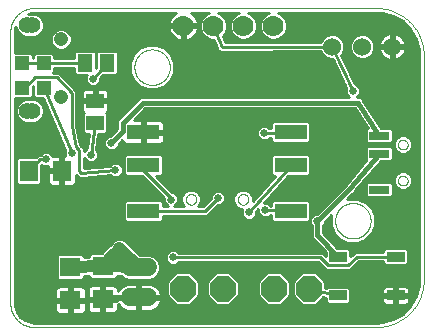
<source format=gtl>
G75*
%MOIN*%
%OFA0B0*%
%FSLAX25Y25*%
%IPPOS*%
%LPD*%
%AMOC8*
5,1,8,0,0,1.08239X$1,22.5*
%
%ADD10C,0.00000*%
%ADD11R,0.07087X0.06299*%
%ADD12R,0.06299X0.07087*%
%ADD13C,0.06000*%
%ADD14R,0.05906X0.03543*%
%ADD15R,0.04724X0.04724*%
%ADD16OC8,0.08500*%
%ADD17C,0.06000*%
%ADD18R,0.05906X0.05118*%
%ADD19R,0.05118X0.05906*%
%ADD20R,0.07087X0.02756*%
%ADD21R,0.02756X0.06756*%
%ADD22R,0.02756X0.06362*%
%ADD23C,0.07000*%
%ADD24OC8,0.05150*%
%ADD25R,0.05150X0.05150*%
%ADD26R,0.10827X0.05118*%
%ADD27C,0.05600*%
%ADD28C,0.04756*%
%ADD29C,0.02000*%
%ADD30C,0.01000*%
%ADD31C,0.02578*%
%ADD32C,0.03169*%
%ADD33C,0.01600*%
%ADD34C,0.04000*%
%ADD35C,0.03937*%
D10*
X0025122Y0017048D02*
X0139295Y0017048D01*
X0139676Y0017053D01*
X0140056Y0017066D01*
X0140436Y0017089D01*
X0140815Y0017122D01*
X0141193Y0017163D01*
X0141570Y0017213D01*
X0141946Y0017273D01*
X0142321Y0017341D01*
X0142693Y0017419D01*
X0143064Y0017506D01*
X0143432Y0017601D01*
X0143798Y0017706D01*
X0144161Y0017819D01*
X0144522Y0017941D01*
X0144879Y0018071D01*
X0145233Y0018211D01*
X0145584Y0018358D01*
X0145931Y0018515D01*
X0146274Y0018679D01*
X0146613Y0018852D01*
X0146948Y0019033D01*
X0147279Y0019222D01*
X0147604Y0019419D01*
X0147925Y0019623D01*
X0148241Y0019836D01*
X0148551Y0020056D01*
X0148857Y0020283D01*
X0149156Y0020518D01*
X0149450Y0020760D01*
X0149738Y0021008D01*
X0150020Y0021264D01*
X0150295Y0021527D01*
X0150564Y0021796D01*
X0150827Y0022071D01*
X0151083Y0022353D01*
X0151331Y0022641D01*
X0151573Y0022935D01*
X0151808Y0023234D01*
X0152035Y0023540D01*
X0152255Y0023850D01*
X0152468Y0024166D01*
X0152672Y0024487D01*
X0152869Y0024812D01*
X0153058Y0025143D01*
X0153239Y0025478D01*
X0153412Y0025817D01*
X0153576Y0026160D01*
X0153733Y0026507D01*
X0153880Y0026858D01*
X0154020Y0027212D01*
X0154150Y0027569D01*
X0154272Y0027930D01*
X0154385Y0028293D01*
X0154490Y0028659D01*
X0154585Y0029027D01*
X0154672Y0029398D01*
X0154750Y0029770D01*
X0154818Y0030145D01*
X0154878Y0030521D01*
X0154928Y0030898D01*
X0154969Y0031276D01*
X0155002Y0031655D01*
X0155025Y0032035D01*
X0155038Y0032415D01*
X0155043Y0032796D01*
X0155043Y0107599D01*
X0155038Y0107980D01*
X0155025Y0108360D01*
X0155002Y0108740D01*
X0154969Y0109119D01*
X0154928Y0109497D01*
X0154878Y0109874D01*
X0154818Y0110250D01*
X0154750Y0110625D01*
X0154672Y0110997D01*
X0154585Y0111368D01*
X0154490Y0111736D01*
X0154385Y0112102D01*
X0154272Y0112465D01*
X0154150Y0112826D01*
X0154020Y0113183D01*
X0153880Y0113537D01*
X0153733Y0113888D01*
X0153576Y0114235D01*
X0153412Y0114578D01*
X0153239Y0114917D01*
X0153058Y0115252D01*
X0152869Y0115583D01*
X0152672Y0115908D01*
X0152468Y0116229D01*
X0152255Y0116545D01*
X0152035Y0116855D01*
X0151808Y0117161D01*
X0151573Y0117460D01*
X0151331Y0117754D01*
X0151083Y0118042D01*
X0150827Y0118324D01*
X0150564Y0118599D01*
X0150295Y0118868D01*
X0150020Y0119131D01*
X0149738Y0119387D01*
X0149450Y0119635D01*
X0149156Y0119877D01*
X0148857Y0120112D01*
X0148551Y0120339D01*
X0148241Y0120559D01*
X0147925Y0120772D01*
X0147604Y0120976D01*
X0147279Y0121173D01*
X0146948Y0121362D01*
X0146613Y0121543D01*
X0146274Y0121716D01*
X0145931Y0121880D01*
X0145584Y0122037D01*
X0145233Y0122184D01*
X0144879Y0122324D01*
X0144522Y0122454D01*
X0144161Y0122576D01*
X0143798Y0122689D01*
X0143432Y0122794D01*
X0143064Y0122889D01*
X0142693Y0122976D01*
X0142321Y0123054D01*
X0141946Y0123122D01*
X0141570Y0123182D01*
X0141193Y0123232D01*
X0140815Y0123273D01*
X0140436Y0123306D01*
X0140056Y0123329D01*
X0139676Y0123342D01*
X0139295Y0123347D01*
X0025122Y0123347D01*
X0024932Y0123345D01*
X0024742Y0123338D01*
X0024552Y0123326D01*
X0024362Y0123310D01*
X0024173Y0123290D01*
X0023984Y0123264D01*
X0023796Y0123235D01*
X0023609Y0123200D01*
X0023423Y0123161D01*
X0023238Y0123118D01*
X0023053Y0123070D01*
X0022870Y0123018D01*
X0022689Y0122962D01*
X0022509Y0122901D01*
X0022330Y0122835D01*
X0022153Y0122766D01*
X0021977Y0122692D01*
X0021804Y0122614D01*
X0021632Y0122531D01*
X0021463Y0122445D01*
X0021295Y0122355D01*
X0021130Y0122260D01*
X0020967Y0122162D01*
X0020807Y0122059D01*
X0020649Y0121953D01*
X0020494Y0121843D01*
X0020341Y0121730D01*
X0020191Y0121612D01*
X0020045Y0121491D01*
X0019901Y0121367D01*
X0019760Y0121239D01*
X0019622Y0121108D01*
X0019487Y0120973D01*
X0019356Y0120835D01*
X0019228Y0120694D01*
X0019104Y0120550D01*
X0018983Y0120404D01*
X0018865Y0120254D01*
X0018752Y0120101D01*
X0018642Y0119946D01*
X0018536Y0119788D01*
X0018433Y0119628D01*
X0018335Y0119465D01*
X0018240Y0119300D01*
X0018150Y0119132D01*
X0018064Y0118963D01*
X0017981Y0118791D01*
X0017903Y0118618D01*
X0017829Y0118442D01*
X0017760Y0118265D01*
X0017694Y0118086D01*
X0017633Y0117906D01*
X0017577Y0117725D01*
X0017525Y0117542D01*
X0017477Y0117357D01*
X0017434Y0117172D01*
X0017395Y0116986D01*
X0017360Y0116799D01*
X0017331Y0116611D01*
X0017305Y0116422D01*
X0017285Y0116233D01*
X0017269Y0116043D01*
X0017257Y0115853D01*
X0017250Y0115663D01*
X0017248Y0115473D01*
X0017248Y0024922D01*
X0017250Y0024732D01*
X0017257Y0024542D01*
X0017269Y0024352D01*
X0017285Y0024162D01*
X0017305Y0023973D01*
X0017331Y0023784D01*
X0017360Y0023596D01*
X0017395Y0023409D01*
X0017434Y0023223D01*
X0017477Y0023038D01*
X0017525Y0022853D01*
X0017577Y0022670D01*
X0017633Y0022489D01*
X0017694Y0022309D01*
X0017760Y0022130D01*
X0017829Y0021953D01*
X0017903Y0021777D01*
X0017981Y0021604D01*
X0018064Y0021432D01*
X0018150Y0021263D01*
X0018240Y0021095D01*
X0018335Y0020930D01*
X0018433Y0020767D01*
X0018536Y0020607D01*
X0018642Y0020449D01*
X0018752Y0020294D01*
X0018865Y0020141D01*
X0018983Y0019991D01*
X0019104Y0019845D01*
X0019228Y0019701D01*
X0019356Y0019560D01*
X0019487Y0019422D01*
X0019622Y0019287D01*
X0019760Y0019156D01*
X0019901Y0019028D01*
X0020045Y0018904D01*
X0020191Y0018783D01*
X0020341Y0018665D01*
X0020494Y0018552D01*
X0020649Y0018442D01*
X0020807Y0018336D01*
X0020967Y0018233D01*
X0021130Y0018135D01*
X0021295Y0018040D01*
X0021463Y0017950D01*
X0021632Y0017864D01*
X0021804Y0017781D01*
X0021977Y0017703D01*
X0022153Y0017629D01*
X0022330Y0017560D01*
X0022509Y0017494D01*
X0022689Y0017433D01*
X0022870Y0017377D01*
X0023053Y0017325D01*
X0023238Y0017277D01*
X0023423Y0017234D01*
X0023609Y0017195D01*
X0023796Y0017160D01*
X0023984Y0017131D01*
X0024173Y0017105D01*
X0024362Y0017085D01*
X0024552Y0017069D01*
X0024742Y0017057D01*
X0024932Y0017050D01*
X0025122Y0017048D01*
X0075712Y0059585D02*
X0075714Y0059669D01*
X0075720Y0059752D01*
X0075730Y0059835D01*
X0075744Y0059918D01*
X0075761Y0060000D01*
X0075783Y0060081D01*
X0075808Y0060160D01*
X0075837Y0060239D01*
X0075870Y0060316D01*
X0075906Y0060391D01*
X0075946Y0060465D01*
X0075989Y0060537D01*
X0076036Y0060606D01*
X0076086Y0060673D01*
X0076139Y0060738D01*
X0076195Y0060800D01*
X0076253Y0060860D01*
X0076315Y0060917D01*
X0076379Y0060970D01*
X0076446Y0061021D01*
X0076515Y0061068D01*
X0076586Y0061113D01*
X0076659Y0061153D01*
X0076734Y0061190D01*
X0076811Y0061224D01*
X0076889Y0061254D01*
X0076968Y0061280D01*
X0077049Y0061303D01*
X0077131Y0061321D01*
X0077213Y0061336D01*
X0077296Y0061347D01*
X0077379Y0061354D01*
X0077463Y0061357D01*
X0077547Y0061356D01*
X0077630Y0061351D01*
X0077714Y0061342D01*
X0077796Y0061329D01*
X0077878Y0061313D01*
X0077959Y0061292D01*
X0078040Y0061268D01*
X0078118Y0061240D01*
X0078196Y0061208D01*
X0078272Y0061172D01*
X0078346Y0061133D01*
X0078418Y0061091D01*
X0078488Y0061045D01*
X0078556Y0060996D01*
X0078621Y0060944D01*
X0078684Y0060889D01*
X0078744Y0060831D01*
X0078802Y0060770D01*
X0078856Y0060706D01*
X0078908Y0060640D01*
X0078956Y0060572D01*
X0079001Y0060501D01*
X0079042Y0060428D01*
X0079081Y0060354D01*
X0079115Y0060278D01*
X0079146Y0060200D01*
X0079173Y0060121D01*
X0079197Y0060040D01*
X0079216Y0059959D01*
X0079232Y0059877D01*
X0079244Y0059794D01*
X0079252Y0059710D01*
X0079256Y0059627D01*
X0079256Y0059543D01*
X0079252Y0059460D01*
X0079244Y0059376D01*
X0079232Y0059293D01*
X0079216Y0059211D01*
X0079197Y0059130D01*
X0079173Y0059049D01*
X0079146Y0058970D01*
X0079115Y0058892D01*
X0079081Y0058816D01*
X0079042Y0058742D01*
X0079001Y0058669D01*
X0078956Y0058598D01*
X0078908Y0058530D01*
X0078856Y0058464D01*
X0078802Y0058400D01*
X0078744Y0058339D01*
X0078684Y0058281D01*
X0078621Y0058226D01*
X0078556Y0058174D01*
X0078488Y0058125D01*
X0078418Y0058079D01*
X0078346Y0058037D01*
X0078272Y0057998D01*
X0078196Y0057962D01*
X0078118Y0057930D01*
X0078040Y0057902D01*
X0077959Y0057878D01*
X0077878Y0057857D01*
X0077796Y0057841D01*
X0077714Y0057828D01*
X0077630Y0057819D01*
X0077547Y0057814D01*
X0077463Y0057813D01*
X0077379Y0057816D01*
X0077296Y0057823D01*
X0077213Y0057834D01*
X0077131Y0057849D01*
X0077049Y0057867D01*
X0076968Y0057890D01*
X0076889Y0057916D01*
X0076811Y0057946D01*
X0076734Y0057980D01*
X0076659Y0058017D01*
X0076586Y0058057D01*
X0076515Y0058102D01*
X0076446Y0058149D01*
X0076379Y0058200D01*
X0076315Y0058253D01*
X0076253Y0058310D01*
X0076195Y0058370D01*
X0076139Y0058432D01*
X0076086Y0058497D01*
X0076036Y0058564D01*
X0075989Y0058633D01*
X0075946Y0058705D01*
X0075906Y0058779D01*
X0075870Y0058854D01*
X0075837Y0058931D01*
X0075808Y0059010D01*
X0075783Y0059089D01*
X0075761Y0059170D01*
X0075744Y0059252D01*
X0075730Y0059335D01*
X0075720Y0059418D01*
X0075714Y0059501D01*
X0075712Y0059585D01*
X0093035Y0059587D02*
X0093037Y0059671D01*
X0093043Y0059754D01*
X0093053Y0059837D01*
X0093067Y0059920D01*
X0093084Y0060002D01*
X0093106Y0060083D01*
X0093131Y0060162D01*
X0093160Y0060241D01*
X0093193Y0060318D01*
X0093229Y0060393D01*
X0093269Y0060467D01*
X0093312Y0060539D01*
X0093359Y0060608D01*
X0093409Y0060675D01*
X0093462Y0060740D01*
X0093518Y0060802D01*
X0093576Y0060862D01*
X0093638Y0060919D01*
X0093702Y0060972D01*
X0093769Y0061023D01*
X0093838Y0061070D01*
X0093909Y0061115D01*
X0093982Y0061155D01*
X0094057Y0061192D01*
X0094134Y0061226D01*
X0094212Y0061256D01*
X0094291Y0061282D01*
X0094372Y0061305D01*
X0094454Y0061323D01*
X0094536Y0061338D01*
X0094619Y0061349D01*
X0094702Y0061356D01*
X0094786Y0061359D01*
X0094870Y0061358D01*
X0094953Y0061353D01*
X0095037Y0061344D01*
X0095119Y0061331D01*
X0095201Y0061315D01*
X0095282Y0061294D01*
X0095363Y0061270D01*
X0095441Y0061242D01*
X0095519Y0061210D01*
X0095595Y0061174D01*
X0095669Y0061135D01*
X0095741Y0061093D01*
X0095811Y0061047D01*
X0095879Y0060998D01*
X0095944Y0060946D01*
X0096007Y0060891D01*
X0096067Y0060833D01*
X0096125Y0060772D01*
X0096179Y0060708D01*
X0096231Y0060642D01*
X0096279Y0060574D01*
X0096324Y0060503D01*
X0096365Y0060430D01*
X0096404Y0060356D01*
X0096438Y0060280D01*
X0096469Y0060202D01*
X0096496Y0060123D01*
X0096520Y0060042D01*
X0096539Y0059961D01*
X0096555Y0059879D01*
X0096567Y0059796D01*
X0096575Y0059712D01*
X0096579Y0059629D01*
X0096579Y0059545D01*
X0096575Y0059462D01*
X0096567Y0059378D01*
X0096555Y0059295D01*
X0096539Y0059213D01*
X0096520Y0059132D01*
X0096496Y0059051D01*
X0096469Y0058972D01*
X0096438Y0058894D01*
X0096404Y0058818D01*
X0096365Y0058744D01*
X0096324Y0058671D01*
X0096279Y0058600D01*
X0096231Y0058532D01*
X0096179Y0058466D01*
X0096125Y0058402D01*
X0096067Y0058341D01*
X0096007Y0058283D01*
X0095944Y0058228D01*
X0095879Y0058176D01*
X0095811Y0058127D01*
X0095741Y0058081D01*
X0095669Y0058039D01*
X0095595Y0058000D01*
X0095519Y0057964D01*
X0095441Y0057932D01*
X0095363Y0057904D01*
X0095282Y0057880D01*
X0095201Y0057859D01*
X0095119Y0057843D01*
X0095037Y0057830D01*
X0094953Y0057821D01*
X0094870Y0057816D01*
X0094786Y0057815D01*
X0094702Y0057818D01*
X0094619Y0057825D01*
X0094536Y0057836D01*
X0094454Y0057851D01*
X0094372Y0057869D01*
X0094291Y0057892D01*
X0094212Y0057918D01*
X0094134Y0057948D01*
X0094057Y0057982D01*
X0093982Y0058019D01*
X0093909Y0058059D01*
X0093838Y0058104D01*
X0093769Y0058151D01*
X0093702Y0058202D01*
X0093638Y0058255D01*
X0093576Y0058312D01*
X0093518Y0058372D01*
X0093462Y0058434D01*
X0093409Y0058499D01*
X0093359Y0058566D01*
X0093312Y0058635D01*
X0093269Y0058707D01*
X0093229Y0058781D01*
X0093193Y0058856D01*
X0093160Y0058933D01*
X0093131Y0059012D01*
X0093106Y0059091D01*
X0093084Y0059172D01*
X0093067Y0059254D01*
X0093053Y0059337D01*
X0093043Y0059420D01*
X0093037Y0059503D01*
X0093035Y0059587D01*
X0125515Y0052481D02*
X0125517Y0052634D01*
X0125523Y0052788D01*
X0125533Y0052941D01*
X0125547Y0053093D01*
X0125565Y0053246D01*
X0125587Y0053397D01*
X0125612Y0053548D01*
X0125642Y0053699D01*
X0125676Y0053849D01*
X0125713Y0053997D01*
X0125754Y0054145D01*
X0125799Y0054291D01*
X0125848Y0054437D01*
X0125901Y0054581D01*
X0125957Y0054723D01*
X0126017Y0054864D01*
X0126081Y0055004D01*
X0126148Y0055142D01*
X0126219Y0055278D01*
X0126294Y0055412D01*
X0126371Y0055544D01*
X0126453Y0055674D01*
X0126537Y0055802D01*
X0126625Y0055928D01*
X0126716Y0056051D01*
X0126810Y0056172D01*
X0126908Y0056290D01*
X0127008Y0056406D01*
X0127112Y0056519D01*
X0127218Y0056630D01*
X0127327Y0056738D01*
X0127439Y0056843D01*
X0127553Y0056944D01*
X0127671Y0057043D01*
X0127790Y0057139D01*
X0127912Y0057232D01*
X0128037Y0057321D01*
X0128164Y0057408D01*
X0128293Y0057490D01*
X0128424Y0057570D01*
X0128557Y0057646D01*
X0128692Y0057719D01*
X0128829Y0057788D01*
X0128968Y0057853D01*
X0129108Y0057915D01*
X0129250Y0057973D01*
X0129393Y0058028D01*
X0129538Y0058079D01*
X0129684Y0058126D01*
X0129831Y0058169D01*
X0129979Y0058208D01*
X0130128Y0058244D01*
X0130278Y0058275D01*
X0130429Y0058303D01*
X0130580Y0058327D01*
X0130733Y0058347D01*
X0130885Y0058363D01*
X0131038Y0058375D01*
X0131191Y0058383D01*
X0131344Y0058387D01*
X0131498Y0058387D01*
X0131651Y0058383D01*
X0131804Y0058375D01*
X0131957Y0058363D01*
X0132109Y0058347D01*
X0132262Y0058327D01*
X0132413Y0058303D01*
X0132564Y0058275D01*
X0132714Y0058244D01*
X0132863Y0058208D01*
X0133011Y0058169D01*
X0133158Y0058126D01*
X0133304Y0058079D01*
X0133449Y0058028D01*
X0133592Y0057973D01*
X0133734Y0057915D01*
X0133874Y0057853D01*
X0134013Y0057788D01*
X0134150Y0057719D01*
X0134285Y0057646D01*
X0134418Y0057570D01*
X0134549Y0057490D01*
X0134678Y0057408D01*
X0134805Y0057321D01*
X0134930Y0057232D01*
X0135052Y0057139D01*
X0135171Y0057043D01*
X0135289Y0056944D01*
X0135403Y0056843D01*
X0135515Y0056738D01*
X0135624Y0056630D01*
X0135730Y0056519D01*
X0135834Y0056406D01*
X0135934Y0056290D01*
X0136032Y0056172D01*
X0136126Y0056051D01*
X0136217Y0055928D01*
X0136305Y0055802D01*
X0136389Y0055674D01*
X0136471Y0055544D01*
X0136548Y0055412D01*
X0136623Y0055278D01*
X0136694Y0055142D01*
X0136761Y0055004D01*
X0136825Y0054864D01*
X0136885Y0054723D01*
X0136941Y0054581D01*
X0136994Y0054437D01*
X0137043Y0054291D01*
X0137088Y0054145D01*
X0137129Y0053997D01*
X0137166Y0053849D01*
X0137200Y0053699D01*
X0137230Y0053548D01*
X0137255Y0053397D01*
X0137277Y0053246D01*
X0137295Y0053093D01*
X0137309Y0052941D01*
X0137319Y0052788D01*
X0137325Y0052634D01*
X0137327Y0052481D01*
X0137325Y0052328D01*
X0137319Y0052174D01*
X0137309Y0052021D01*
X0137295Y0051869D01*
X0137277Y0051716D01*
X0137255Y0051565D01*
X0137230Y0051414D01*
X0137200Y0051263D01*
X0137166Y0051113D01*
X0137129Y0050965D01*
X0137088Y0050817D01*
X0137043Y0050671D01*
X0136994Y0050525D01*
X0136941Y0050381D01*
X0136885Y0050239D01*
X0136825Y0050098D01*
X0136761Y0049958D01*
X0136694Y0049820D01*
X0136623Y0049684D01*
X0136548Y0049550D01*
X0136471Y0049418D01*
X0136389Y0049288D01*
X0136305Y0049160D01*
X0136217Y0049034D01*
X0136126Y0048911D01*
X0136032Y0048790D01*
X0135934Y0048672D01*
X0135834Y0048556D01*
X0135730Y0048443D01*
X0135624Y0048332D01*
X0135515Y0048224D01*
X0135403Y0048119D01*
X0135289Y0048018D01*
X0135171Y0047919D01*
X0135052Y0047823D01*
X0134930Y0047730D01*
X0134805Y0047641D01*
X0134678Y0047554D01*
X0134549Y0047472D01*
X0134418Y0047392D01*
X0134285Y0047316D01*
X0134150Y0047243D01*
X0134013Y0047174D01*
X0133874Y0047109D01*
X0133734Y0047047D01*
X0133592Y0046989D01*
X0133449Y0046934D01*
X0133304Y0046883D01*
X0133158Y0046836D01*
X0133011Y0046793D01*
X0132863Y0046754D01*
X0132714Y0046718D01*
X0132564Y0046687D01*
X0132413Y0046659D01*
X0132262Y0046635D01*
X0132109Y0046615D01*
X0131957Y0046599D01*
X0131804Y0046587D01*
X0131651Y0046579D01*
X0131498Y0046575D01*
X0131344Y0046575D01*
X0131191Y0046579D01*
X0131038Y0046587D01*
X0130885Y0046599D01*
X0130733Y0046615D01*
X0130580Y0046635D01*
X0130429Y0046659D01*
X0130278Y0046687D01*
X0130128Y0046718D01*
X0129979Y0046754D01*
X0129831Y0046793D01*
X0129684Y0046836D01*
X0129538Y0046883D01*
X0129393Y0046934D01*
X0129250Y0046989D01*
X0129108Y0047047D01*
X0128968Y0047109D01*
X0128829Y0047174D01*
X0128692Y0047243D01*
X0128557Y0047316D01*
X0128424Y0047392D01*
X0128293Y0047472D01*
X0128164Y0047554D01*
X0128037Y0047641D01*
X0127912Y0047730D01*
X0127790Y0047823D01*
X0127671Y0047919D01*
X0127553Y0048018D01*
X0127439Y0048119D01*
X0127327Y0048224D01*
X0127218Y0048332D01*
X0127112Y0048443D01*
X0127008Y0048556D01*
X0126908Y0048672D01*
X0126810Y0048790D01*
X0126716Y0048911D01*
X0126625Y0049034D01*
X0126537Y0049160D01*
X0126453Y0049288D01*
X0126371Y0049418D01*
X0126294Y0049550D01*
X0126219Y0049684D01*
X0126148Y0049820D01*
X0126081Y0049958D01*
X0126017Y0050098D01*
X0125957Y0050239D01*
X0125901Y0050381D01*
X0125848Y0050525D01*
X0125799Y0050671D01*
X0125754Y0050817D01*
X0125713Y0050965D01*
X0125676Y0051113D01*
X0125642Y0051263D01*
X0125612Y0051414D01*
X0125587Y0051565D01*
X0125565Y0051716D01*
X0125547Y0051869D01*
X0125533Y0052021D01*
X0125523Y0052174D01*
X0125517Y0052328D01*
X0125515Y0052481D01*
X0146475Y0065851D02*
X0146477Y0065931D01*
X0146483Y0066010D01*
X0146493Y0066089D01*
X0146507Y0066168D01*
X0146524Y0066246D01*
X0146546Y0066323D01*
X0146571Y0066398D01*
X0146601Y0066472D01*
X0146633Y0066545D01*
X0146670Y0066616D01*
X0146710Y0066685D01*
X0146753Y0066752D01*
X0146800Y0066817D01*
X0146849Y0066879D01*
X0146902Y0066939D01*
X0146958Y0066996D01*
X0147016Y0067051D01*
X0147077Y0067102D01*
X0147141Y0067150D01*
X0147207Y0067195D01*
X0147275Y0067237D01*
X0147345Y0067275D01*
X0147417Y0067309D01*
X0147490Y0067340D01*
X0147565Y0067368D01*
X0147642Y0067391D01*
X0147719Y0067411D01*
X0147797Y0067427D01*
X0147876Y0067439D01*
X0147955Y0067447D01*
X0148035Y0067451D01*
X0148115Y0067451D01*
X0148195Y0067447D01*
X0148274Y0067439D01*
X0148353Y0067427D01*
X0148431Y0067411D01*
X0148508Y0067391D01*
X0148585Y0067368D01*
X0148660Y0067340D01*
X0148733Y0067309D01*
X0148805Y0067275D01*
X0148875Y0067237D01*
X0148943Y0067195D01*
X0149009Y0067150D01*
X0149073Y0067102D01*
X0149134Y0067051D01*
X0149192Y0066996D01*
X0149248Y0066939D01*
X0149301Y0066879D01*
X0149350Y0066817D01*
X0149397Y0066752D01*
X0149440Y0066685D01*
X0149480Y0066616D01*
X0149517Y0066545D01*
X0149549Y0066472D01*
X0149579Y0066398D01*
X0149604Y0066323D01*
X0149626Y0066246D01*
X0149643Y0066168D01*
X0149657Y0066089D01*
X0149667Y0066010D01*
X0149673Y0065931D01*
X0149675Y0065851D01*
X0149673Y0065771D01*
X0149667Y0065692D01*
X0149657Y0065613D01*
X0149643Y0065534D01*
X0149626Y0065456D01*
X0149604Y0065379D01*
X0149579Y0065304D01*
X0149549Y0065230D01*
X0149517Y0065157D01*
X0149480Y0065086D01*
X0149440Y0065017D01*
X0149397Y0064950D01*
X0149350Y0064885D01*
X0149301Y0064823D01*
X0149248Y0064763D01*
X0149192Y0064706D01*
X0149134Y0064651D01*
X0149073Y0064600D01*
X0149009Y0064552D01*
X0148943Y0064507D01*
X0148875Y0064465D01*
X0148805Y0064427D01*
X0148733Y0064393D01*
X0148660Y0064362D01*
X0148585Y0064334D01*
X0148508Y0064311D01*
X0148431Y0064291D01*
X0148353Y0064275D01*
X0148274Y0064263D01*
X0148195Y0064255D01*
X0148115Y0064251D01*
X0148035Y0064251D01*
X0147955Y0064255D01*
X0147876Y0064263D01*
X0147797Y0064275D01*
X0147719Y0064291D01*
X0147642Y0064311D01*
X0147565Y0064334D01*
X0147490Y0064362D01*
X0147417Y0064393D01*
X0147345Y0064427D01*
X0147275Y0064465D01*
X0147207Y0064507D01*
X0147141Y0064552D01*
X0147077Y0064600D01*
X0147016Y0064651D01*
X0146958Y0064706D01*
X0146902Y0064763D01*
X0146849Y0064823D01*
X0146800Y0064885D01*
X0146753Y0064950D01*
X0146710Y0065017D01*
X0146670Y0065086D01*
X0146633Y0065157D01*
X0146601Y0065230D01*
X0146571Y0065304D01*
X0146546Y0065379D01*
X0146524Y0065456D01*
X0146507Y0065534D01*
X0146493Y0065613D01*
X0146483Y0065692D01*
X0146477Y0065771D01*
X0146475Y0065851D01*
X0146475Y0077851D02*
X0146477Y0077931D01*
X0146483Y0078010D01*
X0146493Y0078089D01*
X0146507Y0078168D01*
X0146524Y0078246D01*
X0146546Y0078323D01*
X0146571Y0078398D01*
X0146601Y0078472D01*
X0146633Y0078545D01*
X0146670Y0078616D01*
X0146710Y0078685D01*
X0146753Y0078752D01*
X0146800Y0078817D01*
X0146849Y0078879D01*
X0146902Y0078939D01*
X0146958Y0078996D01*
X0147016Y0079051D01*
X0147077Y0079102D01*
X0147141Y0079150D01*
X0147207Y0079195D01*
X0147275Y0079237D01*
X0147345Y0079275D01*
X0147417Y0079309D01*
X0147490Y0079340D01*
X0147565Y0079368D01*
X0147642Y0079391D01*
X0147719Y0079411D01*
X0147797Y0079427D01*
X0147876Y0079439D01*
X0147955Y0079447D01*
X0148035Y0079451D01*
X0148115Y0079451D01*
X0148195Y0079447D01*
X0148274Y0079439D01*
X0148353Y0079427D01*
X0148431Y0079411D01*
X0148508Y0079391D01*
X0148585Y0079368D01*
X0148660Y0079340D01*
X0148733Y0079309D01*
X0148805Y0079275D01*
X0148875Y0079237D01*
X0148943Y0079195D01*
X0149009Y0079150D01*
X0149073Y0079102D01*
X0149134Y0079051D01*
X0149192Y0078996D01*
X0149248Y0078939D01*
X0149301Y0078879D01*
X0149350Y0078817D01*
X0149397Y0078752D01*
X0149440Y0078685D01*
X0149480Y0078616D01*
X0149517Y0078545D01*
X0149549Y0078472D01*
X0149579Y0078398D01*
X0149604Y0078323D01*
X0149626Y0078246D01*
X0149643Y0078168D01*
X0149657Y0078089D01*
X0149667Y0078010D01*
X0149673Y0077931D01*
X0149675Y0077851D01*
X0149673Y0077771D01*
X0149667Y0077692D01*
X0149657Y0077613D01*
X0149643Y0077534D01*
X0149626Y0077456D01*
X0149604Y0077379D01*
X0149579Y0077304D01*
X0149549Y0077230D01*
X0149517Y0077157D01*
X0149480Y0077086D01*
X0149440Y0077017D01*
X0149397Y0076950D01*
X0149350Y0076885D01*
X0149301Y0076823D01*
X0149248Y0076763D01*
X0149192Y0076706D01*
X0149134Y0076651D01*
X0149073Y0076600D01*
X0149009Y0076552D01*
X0148943Y0076507D01*
X0148875Y0076465D01*
X0148805Y0076427D01*
X0148733Y0076393D01*
X0148660Y0076362D01*
X0148585Y0076334D01*
X0148508Y0076311D01*
X0148431Y0076291D01*
X0148353Y0076275D01*
X0148274Y0076263D01*
X0148195Y0076255D01*
X0148115Y0076251D01*
X0148035Y0076251D01*
X0147955Y0076255D01*
X0147876Y0076263D01*
X0147797Y0076275D01*
X0147719Y0076291D01*
X0147642Y0076311D01*
X0147565Y0076334D01*
X0147490Y0076362D01*
X0147417Y0076393D01*
X0147345Y0076427D01*
X0147275Y0076465D01*
X0147207Y0076507D01*
X0147141Y0076552D01*
X0147077Y0076600D01*
X0147016Y0076651D01*
X0146958Y0076706D01*
X0146902Y0076763D01*
X0146849Y0076823D01*
X0146800Y0076885D01*
X0146753Y0076950D01*
X0146710Y0077017D01*
X0146670Y0077086D01*
X0146633Y0077157D01*
X0146601Y0077230D01*
X0146571Y0077304D01*
X0146546Y0077379D01*
X0146524Y0077456D01*
X0146507Y0077534D01*
X0146493Y0077613D01*
X0146483Y0077692D01*
X0146477Y0077771D01*
X0146475Y0077851D01*
X0058586Y0103662D02*
X0058588Y0103815D01*
X0058594Y0103969D01*
X0058604Y0104122D01*
X0058618Y0104274D01*
X0058636Y0104427D01*
X0058658Y0104578D01*
X0058683Y0104729D01*
X0058713Y0104880D01*
X0058747Y0105030D01*
X0058784Y0105178D01*
X0058825Y0105326D01*
X0058870Y0105472D01*
X0058919Y0105618D01*
X0058972Y0105762D01*
X0059028Y0105904D01*
X0059088Y0106045D01*
X0059152Y0106185D01*
X0059219Y0106323D01*
X0059290Y0106459D01*
X0059365Y0106593D01*
X0059442Y0106725D01*
X0059524Y0106855D01*
X0059608Y0106983D01*
X0059696Y0107109D01*
X0059787Y0107232D01*
X0059881Y0107353D01*
X0059979Y0107471D01*
X0060079Y0107587D01*
X0060183Y0107700D01*
X0060289Y0107811D01*
X0060398Y0107919D01*
X0060510Y0108024D01*
X0060624Y0108125D01*
X0060742Y0108224D01*
X0060861Y0108320D01*
X0060983Y0108413D01*
X0061108Y0108502D01*
X0061235Y0108589D01*
X0061364Y0108671D01*
X0061495Y0108751D01*
X0061628Y0108827D01*
X0061763Y0108900D01*
X0061900Y0108969D01*
X0062039Y0109034D01*
X0062179Y0109096D01*
X0062321Y0109154D01*
X0062464Y0109209D01*
X0062609Y0109260D01*
X0062755Y0109307D01*
X0062902Y0109350D01*
X0063050Y0109389D01*
X0063199Y0109425D01*
X0063349Y0109456D01*
X0063500Y0109484D01*
X0063651Y0109508D01*
X0063804Y0109528D01*
X0063956Y0109544D01*
X0064109Y0109556D01*
X0064262Y0109564D01*
X0064415Y0109568D01*
X0064569Y0109568D01*
X0064722Y0109564D01*
X0064875Y0109556D01*
X0065028Y0109544D01*
X0065180Y0109528D01*
X0065333Y0109508D01*
X0065484Y0109484D01*
X0065635Y0109456D01*
X0065785Y0109425D01*
X0065934Y0109389D01*
X0066082Y0109350D01*
X0066229Y0109307D01*
X0066375Y0109260D01*
X0066520Y0109209D01*
X0066663Y0109154D01*
X0066805Y0109096D01*
X0066945Y0109034D01*
X0067084Y0108969D01*
X0067221Y0108900D01*
X0067356Y0108827D01*
X0067489Y0108751D01*
X0067620Y0108671D01*
X0067749Y0108589D01*
X0067876Y0108502D01*
X0068001Y0108413D01*
X0068123Y0108320D01*
X0068242Y0108224D01*
X0068360Y0108125D01*
X0068474Y0108024D01*
X0068586Y0107919D01*
X0068695Y0107811D01*
X0068801Y0107700D01*
X0068905Y0107587D01*
X0069005Y0107471D01*
X0069103Y0107353D01*
X0069197Y0107232D01*
X0069288Y0107109D01*
X0069376Y0106983D01*
X0069460Y0106855D01*
X0069542Y0106725D01*
X0069619Y0106593D01*
X0069694Y0106459D01*
X0069765Y0106323D01*
X0069832Y0106185D01*
X0069896Y0106045D01*
X0069956Y0105904D01*
X0070012Y0105762D01*
X0070065Y0105618D01*
X0070114Y0105472D01*
X0070159Y0105326D01*
X0070200Y0105178D01*
X0070237Y0105030D01*
X0070271Y0104880D01*
X0070301Y0104729D01*
X0070326Y0104578D01*
X0070348Y0104427D01*
X0070366Y0104274D01*
X0070380Y0104122D01*
X0070390Y0103969D01*
X0070396Y0103815D01*
X0070398Y0103662D01*
X0070396Y0103509D01*
X0070390Y0103355D01*
X0070380Y0103202D01*
X0070366Y0103050D01*
X0070348Y0102897D01*
X0070326Y0102746D01*
X0070301Y0102595D01*
X0070271Y0102444D01*
X0070237Y0102294D01*
X0070200Y0102146D01*
X0070159Y0101998D01*
X0070114Y0101852D01*
X0070065Y0101706D01*
X0070012Y0101562D01*
X0069956Y0101420D01*
X0069896Y0101279D01*
X0069832Y0101139D01*
X0069765Y0101001D01*
X0069694Y0100865D01*
X0069619Y0100731D01*
X0069542Y0100599D01*
X0069460Y0100469D01*
X0069376Y0100341D01*
X0069288Y0100215D01*
X0069197Y0100092D01*
X0069103Y0099971D01*
X0069005Y0099853D01*
X0068905Y0099737D01*
X0068801Y0099624D01*
X0068695Y0099513D01*
X0068586Y0099405D01*
X0068474Y0099300D01*
X0068360Y0099199D01*
X0068242Y0099100D01*
X0068123Y0099004D01*
X0068001Y0098911D01*
X0067876Y0098822D01*
X0067749Y0098735D01*
X0067620Y0098653D01*
X0067489Y0098573D01*
X0067356Y0098497D01*
X0067221Y0098424D01*
X0067084Y0098355D01*
X0066945Y0098290D01*
X0066805Y0098228D01*
X0066663Y0098170D01*
X0066520Y0098115D01*
X0066375Y0098064D01*
X0066229Y0098017D01*
X0066082Y0097974D01*
X0065934Y0097935D01*
X0065785Y0097899D01*
X0065635Y0097868D01*
X0065484Y0097840D01*
X0065333Y0097816D01*
X0065180Y0097796D01*
X0065028Y0097780D01*
X0064875Y0097768D01*
X0064722Y0097760D01*
X0064569Y0097756D01*
X0064415Y0097756D01*
X0064262Y0097760D01*
X0064109Y0097768D01*
X0063956Y0097780D01*
X0063804Y0097796D01*
X0063651Y0097816D01*
X0063500Y0097840D01*
X0063349Y0097868D01*
X0063199Y0097899D01*
X0063050Y0097935D01*
X0062902Y0097974D01*
X0062755Y0098017D01*
X0062609Y0098064D01*
X0062464Y0098115D01*
X0062321Y0098170D01*
X0062179Y0098228D01*
X0062039Y0098290D01*
X0061900Y0098355D01*
X0061763Y0098424D01*
X0061628Y0098497D01*
X0061495Y0098573D01*
X0061364Y0098653D01*
X0061235Y0098735D01*
X0061108Y0098822D01*
X0060983Y0098911D01*
X0060861Y0099004D01*
X0060742Y0099100D01*
X0060624Y0099199D01*
X0060510Y0099300D01*
X0060398Y0099405D01*
X0060289Y0099513D01*
X0060183Y0099624D01*
X0060079Y0099737D01*
X0059979Y0099853D01*
X0059881Y0099971D01*
X0059787Y0100092D01*
X0059696Y0100215D01*
X0059608Y0100341D01*
X0059524Y0100469D01*
X0059442Y0100599D01*
X0059365Y0100731D01*
X0059290Y0100865D01*
X0059219Y0101001D01*
X0059152Y0101139D01*
X0059088Y0101279D01*
X0059028Y0101420D01*
X0058972Y0101562D01*
X0058919Y0101706D01*
X0058870Y0101852D01*
X0058825Y0101998D01*
X0058784Y0102146D01*
X0058747Y0102294D01*
X0058713Y0102444D01*
X0058683Y0102595D01*
X0058658Y0102746D01*
X0058636Y0102897D01*
X0058618Y0103050D01*
X0058604Y0103202D01*
X0058594Y0103355D01*
X0058588Y0103509D01*
X0058586Y0103662D01*
D11*
X0048075Y0037324D03*
X0037299Y0037016D03*
X0037299Y0025993D03*
X0048075Y0026300D03*
D12*
X0034374Y0069135D03*
X0023350Y0069135D03*
D13*
X0057122Y0036930D02*
X0063122Y0036930D01*
X0063122Y0026930D02*
X0057122Y0026930D01*
D14*
X0126382Y0027560D03*
X0126382Y0040552D03*
X0145673Y0040552D03*
X0145673Y0027560D03*
D15*
X0028350Y0096772D03*
X0021264Y0096772D03*
X0021264Y0105040D03*
X0028350Y0105040D03*
D16*
X0074846Y0029883D03*
X0088035Y0029883D03*
X0105161Y0029883D03*
X0116776Y0029883D03*
D17*
X0124492Y0110513D03*
X0134492Y0110513D03*
X0144492Y0110513D03*
D18*
X0045476Y0092442D03*
X0045476Y0084961D03*
D19*
X0042091Y0105158D03*
X0049571Y0105158D03*
D20*
X0140287Y0080851D03*
X0140287Y0074851D03*
X0140287Y0062851D03*
D21*
X0143547Y0056564D03*
X0152602Y0056564D03*
D22*
X0152602Y0087139D03*
X0143547Y0087139D03*
D23*
X0104925Y0117481D03*
X0094925Y0117481D03*
X0084925Y0117481D03*
X0074925Y0117481D03*
D24*
X0045268Y0060591D03*
X0045268Y0056261D03*
X0036000Y0056261D03*
X0036000Y0060591D03*
D25*
X0040634Y0060591D03*
X0040634Y0056261D03*
D26*
X0061539Y0055631D03*
X0061539Y0070985D03*
X0061539Y0082009D03*
X0110752Y0082009D03*
X0110752Y0070985D03*
X0110752Y0055631D03*
D27*
X0024531Y0089076D03*
X0022957Y0089056D03*
X0022957Y0117599D03*
X0024531Y0117619D03*
D28*
X0034177Y0112894D03*
X0034177Y0093780D03*
D29*
X0048075Y0026300D02*
X0060122Y0026930D01*
D30*
X0022228Y0019243D02*
X0020615Y0020415D01*
X0019443Y0022028D01*
X0018826Y0023925D01*
X0018748Y0024922D01*
X0018748Y0093310D01*
X0024082Y0093310D01*
X0024726Y0093955D01*
X0024726Y0097165D01*
X0024888Y0097328D01*
X0024888Y0093955D01*
X0025533Y0093310D01*
X0028094Y0093310D01*
X0035488Y0076068D01*
X0035331Y0075912D01*
X0035331Y0074178D01*
X0034874Y0074178D01*
X0034874Y0069635D01*
X0033874Y0069635D01*
X0033874Y0074178D01*
X0031308Y0074178D01*
X0030149Y0075337D01*
X0028170Y0075337D01*
X0027347Y0074513D01*
X0027109Y0074509D01*
X0026462Y0074509D01*
X0026449Y0074496D01*
X0026431Y0074496D01*
X0025982Y0074029D01*
X0025731Y0073778D01*
X0019745Y0073778D01*
X0019101Y0073134D01*
X0019101Y0065136D01*
X0019745Y0064491D01*
X0026956Y0064491D01*
X0027600Y0065136D01*
X0027600Y0071122D01*
X0027604Y0071125D01*
X0028170Y0070559D01*
X0029724Y0070559D01*
X0029724Y0069635D01*
X0033874Y0069635D01*
X0033874Y0068635D01*
X0029724Y0068635D01*
X0029724Y0065394D01*
X0029827Y0065012D01*
X0030024Y0064670D01*
X0030303Y0064391D01*
X0030645Y0064194D01*
X0031027Y0064091D01*
X0033874Y0064091D01*
X0033874Y0068635D01*
X0034874Y0068635D01*
X0034874Y0064091D01*
X0037721Y0064091D01*
X0038103Y0064194D01*
X0038445Y0064391D01*
X0038724Y0064670D01*
X0038921Y0065012D01*
X0039024Y0065394D01*
X0039024Y0067813D01*
X0039337Y0067499D01*
X0039347Y0067405D01*
X0039797Y0067039D01*
X0040207Y0066629D01*
X0040302Y0066629D01*
X0040375Y0066569D01*
X0040953Y0066629D01*
X0041533Y0066629D01*
X0041600Y0066696D01*
X0050683Y0067636D01*
X0051298Y0067021D01*
X0053277Y0067021D01*
X0054676Y0068421D01*
X0054676Y0070400D01*
X0053277Y0071799D01*
X0051298Y0071799D01*
X0050313Y0070815D01*
X0041709Y0069924D01*
X0041709Y0073460D01*
X0043030Y0072139D01*
X0045009Y0072139D01*
X0046409Y0073539D01*
X0046409Y0075518D01*
X0045851Y0076075D01*
X0046581Y0081302D01*
X0048885Y0081302D01*
X0049529Y0081947D01*
X0049529Y0087976D01*
X0049016Y0088489D01*
X0049350Y0088682D01*
X0049629Y0088962D01*
X0049827Y0089304D01*
X0049929Y0089685D01*
X0049929Y0091942D01*
X0045976Y0091942D01*
X0045976Y0092942D01*
X0044976Y0092942D01*
X0044976Y0091942D01*
X0041024Y0091942D01*
X0041024Y0089685D01*
X0041126Y0089304D01*
X0041323Y0088962D01*
X0041603Y0088682D01*
X0041937Y0088489D01*
X0041424Y0087976D01*
X0041424Y0081947D01*
X0042068Y0081302D01*
X0043350Y0081302D01*
X0042690Y0076577D01*
X0041709Y0075597D01*
X0041709Y0076574D01*
X0040772Y0077512D01*
X0040576Y0077708D01*
X0039255Y0084204D01*
X0039255Y0095884D01*
X0034241Y0100897D01*
X0033304Y0101835D01*
X0031425Y0101835D01*
X0031813Y0102222D01*
X0031813Y0103470D01*
X0038431Y0103527D01*
X0038431Y0101750D01*
X0039076Y0101106D01*
X0042809Y0101106D01*
X0042418Y0100715D01*
X0042418Y0098736D01*
X0043818Y0097336D01*
X0045797Y0097336D01*
X0047196Y0098736D01*
X0047196Y0100023D01*
X0048145Y0101106D01*
X0052586Y0101106D01*
X0053230Y0101750D01*
X0053230Y0108567D01*
X0052586Y0109211D01*
X0046556Y0109211D01*
X0045912Y0108567D01*
X0045912Y0103412D01*
X0045750Y0103227D01*
X0045750Y0108567D01*
X0045105Y0109211D01*
X0039076Y0109211D01*
X0038431Y0108567D01*
X0038431Y0106727D01*
X0031813Y0106670D01*
X0031813Y0107858D01*
X0031168Y0108502D01*
X0025533Y0108502D01*
X0024888Y0107858D01*
X0024888Y0106640D01*
X0024726Y0106640D01*
X0024726Y0107858D01*
X0024082Y0108502D01*
X0018748Y0108502D01*
X0018748Y0115473D01*
X0018826Y0116470D01*
X0018826Y0116470D01*
X0019057Y0117179D01*
X0019057Y0116823D01*
X0019650Y0115390D01*
X0020748Y0114293D01*
X0022181Y0113699D01*
X0023732Y0113699D01*
X0023780Y0113719D01*
X0025307Y0113719D01*
X0026741Y0114313D01*
X0027838Y0115410D01*
X0028431Y0116843D01*
X0028431Y0118395D01*
X0027838Y0119828D01*
X0026741Y0120925D01*
X0025307Y0121519D01*
X0023756Y0121519D01*
X0023708Y0121499D01*
X0023295Y0121499D01*
X0024125Y0121769D01*
X0025122Y0121847D01*
X0072481Y0121847D01*
X0072305Y0121757D01*
X0071668Y0121295D01*
X0071111Y0120738D01*
X0070649Y0120102D01*
X0070292Y0119400D01*
X0070048Y0118652D01*
X0069942Y0117981D01*
X0074425Y0117981D01*
X0074425Y0116981D01*
X0069942Y0116981D01*
X0070048Y0116310D01*
X0070292Y0115562D01*
X0070649Y0114861D01*
X0071111Y0114224D01*
X0071668Y0113667D01*
X0072305Y0113205D01*
X0073006Y0112847D01*
X0073754Y0112604D01*
X0074425Y0112498D01*
X0074425Y0116981D01*
X0075425Y0116981D01*
X0075425Y0112498D01*
X0076096Y0112604D01*
X0076845Y0112847D01*
X0077546Y0113205D01*
X0078182Y0113667D01*
X0078739Y0114224D01*
X0079202Y0114861D01*
X0079559Y0115562D01*
X0079802Y0116310D01*
X0079908Y0116981D01*
X0075425Y0116981D01*
X0075425Y0117981D01*
X0079908Y0117981D01*
X0079802Y0118652D01*
X0079559Y0119400D01*
X0079202Y0120102D01*
X0078739Y0120738D01*
X0078182Y0121295D01*
X0077546Y0121757D01*
X0077370Y0121847D01*
X0083446Y0121847D01*
X0082320Y0121381D01*
X0081026Y0120087D01*
X0080325Y0118396D01*
X0080325Y0116566D01*
X0081026Y0114875D01*
X0082320Y0113581D01*
X0084010Y0112881D01*
X0085011Y0112881D01*
X0086122Y0110049D01*
X0086123Y0109686D01*
X0086354Y0109457D01*
X0086473Y0109154D01*
X0086806Y0109008D01*
X0087065Y0108752D01*
X0087390Y0108754D01*
X0087688Y0108624D01*
X0088026Y0108756D01*
X0120724Y0108896D01*
X0121016Y0108190D01*
X0122170Y0107037D01*
X0123677Y0106413D01*
X0124653Y0106413D01*
X0129138Y0096883D01*
X0129032Y0096778D01*
X0129032Y0094799D01*
X0130080Y0093751D01*
X0060643Y0093751D01*
X0059530Y0092638D01*
X0052826Y0085935D01*
X0052826Y0083035D01*
X0050631Y0080840D01*
X0049940Y0080840D01*
X0048540Y0079441D01*
X0048540Y0077462D01*
X0049940Y0076062D01*
X0051919Y0076062D01*
X0053318Y0077462D01*
X0053318Y0078153D01*
X0054626Y0079461D01*
X0054626Y0079252D01*
X0054728Y0078871D01*
X0054926Y0078529D01*
X0055205Y0078249D01*
X0055547Y0078052D01*
X0055928Y0077950D01*
X0061039Y0077950D01*
X0061039Y0081509D01*
X0056626Y0081509D01*
X0056626Y0082509D01*
X0061039Y0082509D01*
X0061039Y0086068D01*
X0058333Y0086068D01*
X0062217Y0089951D01*
X0131976Y0089951D01*
X0136365Y0083329D01*
X0136288Y0083329D01*
X0135644Y0082685D01*
X0135644Y0079018D01*
X0136288Y0078373D01*
X0144286Y0078373D01*
X0144931Y0079018D01*
X0144931Y0082685D01*
X0144286Y0083329D01*
X0140924Y0083329D01*
X0134896Y0092424D01*
X0134896Y0092638D01*
X0134474Y0093060D01*
X0134145Y0093557D01*
X0133935Y0093600D01*
X0133783Y0093751D01*
X0133187Y0093751D01*
X0132834Y0093823D01*
X0133810Y0094799D01*
X0133810Y0096778D01*
X0132411Y0098177D01*
X0132065Y0098177D01*
X0127550Y0107772D01*
X0127968Y0108190D01*
X0128592Y0109697D01*
X0128592Y0111328D01*
X0127968Y0112835D01*
X0126815Y0113988D01*
X0125308Y0114613D01*
X0123677Y0114613D01*
X0122170Y0113988D01*
X0121016Y0112835D01*
X0120710Y0112096D01*
X0088810Y0111960D01*
X0087993Y0114043D01*
X0088825Y0114875D01*
X0089525Y0116566D01*
X0089525Y0118396D01*
X0088825Y0120087D01*
X0087531Y0121381D01*
X0086405Y0121847D01*
X0093446Y0121847D01*
X0092320Y0121381D01*
X0091026Y0120087D01*
X0090325Y0118396D01*
X0090325Y0116566D01*
X0091026Y0114875D01*
X0092320Y0113581D01*
X0094010Y0112881D01*
X0095840Y0112881D01*
X0097531Y0113581D01*
X0098825Y0114875D01*
X0099525Y0116566D01*
X0099525Y0118396D01*
X0098825Y0120087D01*
X0097531Y0121381D01*
X0096405Y0121847D01*
X0103446Y0121847D01*
X0102320Y0121381D01*
X0101026Y0120087D01*
X0100325Y0118396D01*
X0100325Y0116566D01*
X0101026Y0114875D01*
X0102320Y0113581D01*
X0104010Y0112881D01*
X0105840Y0112881D01*
X0107531Y0113581D01*
X0108825Y0114875D01*
X0109525Y0116566D01*
X0109525Y0118396D01*
X0108825Y0120087D01*
X0107531Y0121381D01*
X0106405Y0121847D01*
X0139295Y0121847D01*
X0141155Y0121725D01*
X0144748Y0120763D01*
X0147969Y0118903D01*
X0150599Y0116273D01*
X0152459Y0113052D01*
X0153421Y0109459D01*
X0153543Y0107599D01*
X0153543Y0032796D01*
X0153421Y0030936D01*
X0152459Y0027344D01*
X0150599Y0024122D01*
X0147969Y0021492D01*
X0144748Y0019633D01*
X0141155Y0018670D01*
X0139295Y0018548D01*
X0025122Y0018548D01*
X0024125Y0018626D01*
X0022228Y0019243D01*
X0022837Y0019045D02*
X0142555Y0019045D01*
X0145460Y0020044D02*
X0021126Y0020044D01*
X0020159Y0021042D02*
X0147189Y0021042D01*
X0148517Y0022041D02*
X0052630Y0022041D01*
X0052539Y0021950D02*
X0052818Y0022229D01*
X0053016Y0022571D01*
X0053118Y0022953D01*
X0053118Y0024876D01*
X0053273Y0024571D01*
X0053690Y0023998D01*
X0054190Y0023498D01*
X0054764Y0023081D01*
X0055395Y0022760D01*
X0056068Y0022541D01*
X0056768Y0022430D01*
X0059622Y0022430D01*
X0059622Y0026430D01*
X0052645Y0026430D01*
X0052733Y0025876D01*
X0052758Y0025800D01*
X0048575Y0025800D01*
X0048575Y0026800D01*
X0053118Y0026800D01*
X0053118Y0027430D01*
X0059622Y0027430D01*
X0059622Y0031430D01*
X0056768Y0031430D01*
X0056068Y0031319D01*
X0055395Y0031100D01*
X0054764Y0030779D01*
X0054190Y0030362D01*
X0053690Y0029861D01*
X0053273Y0029288D01*
X0053118Y0028984D01*
X0053118Y0029647D01*
X0053016Y0030029D01*
X0053857Y0030029D01*
X0053016Y0030029D02*
X0052818Y0030371D01*
X0052539Y0030650D01*
X0052197Y0030847D01*
X0051816Y0030950D01*
X0048575Y0030950D01*
X0048575Y0026800D01*
X0047575Y0026800D01*
X0047575Y0030950D01*
X0044334Y0030950D01*
X0043953Y0030847D01*
X0043610Y0030650D01*
X0043331Y0030371D01*
X0043134Y0030029D01*
X0042063Y0030029D01*
X0042043Y0030063D02*
X0041764Y0030342D01*
X0041422Y0030540D01*
X0041040Y0030642D01*
X0037799Y0030642D01*
X0037799Y0026493D01*
X0036799Y0026493D01*
X0036799Y0030642D01*
X0033559Y0030642D01*
X0033177Y0030540D01*
X0032835Y0030342D01*
X0032556Y0030063D01*
X0032358Y0029721D01*
X0032256Y0029340D01*
X0032256Y0026493D01*
X0036799Y0026493D01*
X0036799Y0025493D01*
X0032256Y0025493D01*
X0032256Y0022645D01*
X0032358Y0022264D01*
X0032556Y0021922D01*
X0032835Y0021643D01*
X0033177Y0021445D01*
X0033559Y0021343D01*
X0036799Y0021343D01*
X0036799Y0025492D01*
X0037799Y0025492D01*
X0037799Y0021343D01*
X0041040Y0021343D01*
X0041422Y0021445D01*
X0041764Y0021643D01*
X0042043Y0021922D01*
X0042240Y0022264D01*
X0042343Y0022645D01*
X0042343Y0025493D01*
X0037799Y0025493D01*
X0037799Y0026493D01*
X0042343Y0026493D01*
X0042343Y0029340D01*
X0042240Y0029721D01*
X0042043Y0030063D01*
X0043031Y0029647D02*
X0043031Y0026800D01*
X0047575Y0026800D01*
X0047575Y0025800D01*
X0048575Y0025800D01*
X0048575Y0021650D01*
X0051816Y0021650D01*
X0052197Y0021753D01*
X0052539Y0021950D01*
X0053118Y0023039D02*
X0054846Y0023039D01*
X0053661Y0024038D02*
X0053118Y0024038D01*
X0052708Y0026035D02*
X0048575Y0026035D01*
X0048575Y0027033D02*
X0047575Y0027033D01*
X0047575Y0026035D02*
X0037799Y0026035D01*
X0037799Y0027033D02*
X0036799Y0027033D01*
X0036799Y0026035D02*
X0018748Y0026035D01*
X0018748Y0027033D02*
X0032256Y0027033D01*
X0032256Y0028032D02*
X0018748Y0028032D01*
X0018748Y0029030D02*
X0032256Y0029030D01*
X0032536Y0030029D02*
X0018748Y0030029D01*
X0018748Y0031027D02*
X0055251Y0031027D01*
X0055837Y0033024D02*
X0041556Y0033024D01*
X0041298Y0032767D02*
X0041943Y0033411D01*
X0041943Y0034047D01*
X0043431Y0034090D01*
X0043431Y0033718D01*
X0044076Y0033074D01*
X0052074Y0033074D01*
X0052718Y0033718D01*
X0052718Y0034070D01*
X0054233Y0034021D01*
X0054800Y0033454D01*
X0056306Y0032830D01*
X0063938Y0032830D01*
X0065445Y0033454D01*
X0066598Y0034607D01*
X0067222Y0036114D01*
X0067222Y0037745D01*
X0066598Y0039252D01*
X0065445Y0040406D01*
X0063938Y0041030D01*
X0060406Y0041030D01*
X0055368Y0046068D01*
X0054228Y0046540D01*
X0052995Y0046540D01*
X0051856Y0046068D01*
X0050984Y0045196D01*
X0050621Y0044319D01*
X0049930Y0043992D01*
X0047740Y0041573D01*
X0044076Y0041573D01*
X0043431Y0040929D01*
X0043431Y0040292D01*
X0041943Y0040250D01*
X0041943Y0040621D01*
X0041298Y0041266D01*
X0033300Y0041266D01*
X0032656Y0040621D01*
X0032656Y0033411D01*
X0033300Y0032767D01*
X0041298Y0032767D01*
X0041943Y0034023D02*
X0043431Y0034023D01*
X0043134Y0030029D02*
X0043031Y0029647D01*
X0043031Y0029030D02*
X0042343Y0029030D01*
X0042343Y0028032D02*
X0043031Y0028032D01*
X0043031Y0027033D02*
X0042343Y0027033D01*
X0043031Y0025800D02*
X0043031Y0022953D01*
X0043134Y0022571D01*
X0043331Y0022229D01*
X0043610Y0021950D01*
X0043953Y0021753D01*
X0044334Y0021650D01*
X0047575Y0021650D01*
X0047575Y0025800D01*
X0043031Y0025800D01*
X0043031Y0025036D02*
X0042343Y0025036D01*
X0042343Y0024038D02*
X0043031Y0024038D01*
X0043031Y0023039D02*
X0042343Y0023039D01*
X0042111Y0022041D02*
X0043520Y0022041D01*
X0047575Y0022041D02*
X0048575Y0022041D01*
X0048575Y0023039D02*
X0047575Y0023039D01*
X0047575Y0024038D02*
X0048575Y0024038D01*
X0048575Y0025036D02*
X0047575Y0025036D01*
X0047575Y0028032D02*
X0048575Y0028032D01*
X0048575Y0029030D02*
X0047575Y0029030D01*
X0047575Y0030029D02*
X0048575Y0030029D01*
X0053118Y0029030D02*
X0053142Y0029030D01*
X0053118Y0027033D02*
X0059622Y0027033D01*
X0059622Y0027430D02*
X0059622Y0026430D01*
X0060622Y0026430D01*
X0060622Y0027430D01*
X0059622Y0027430D01*
X0059622Y0028032D02*
X0060622Y0028032D01*
X0060622Y0027430D02*
X0060622Y0031430D01*
X0063476Y0031430D01*
X0064176Y0031319D01*
X0064849Y0031100D01*
X0065481Y0030779D01*
X0066054Y0030362D01*
X0066554Y0029861D01*
X0066971Y0029288D01*
X0067292Y0028657D01*
X0067511Y0027984D01*
X0067599Y0027430D01*
X0060622Y0027430D01*
X0060622Y0027033D02*
X0070130Y0027033D01*
X0069496Y0027667D02*
X0072630Y0024533D01*
X0077062Y0024533D01*
X0080196Y0027667D01*
X0080196Y0032099D01*
X0077062Y0035233D01*
X0072630Y0035233D01*
X0069496Y0032099D01*
X0069496Y0027667D01*
X0069496Y0028032D02*
X0067496Y0028032D01*
X0067102Y0029030D02*
X0069496Y0029030D01*
X0069496Y0030029D02*
X0066387Y0030029D01*
X0064993Y0031027D02*
X0069496Y0031027D01*
X0069496Y0032026D02*
X0018748Y0032026D01*
X0018748Y0033024D02*
X0033043Y0033024D01*
X0032656Y0034023D02*
X0018748Y0034023D01*
X0018748Y0035021D02*
X0032656Y0035021D01*
X0032656Y0036020D02*
X0018748Y0036020D01*
X0018748Y0037018D02*
X0032656Y0037018D01*
X0032656Y0038017D02*
X0018748Y0038017D01*
X0018748Y0039015D02*
X0032656Y0039015D01*
X0032656Y0040014D02*
X0018748Y0040014D01*
X0018748Y0041012D02*
X0033047Y0041012D01*
X0041552Y0041012D02*
X0043515Y0041012D01*
X0048136Y0042011D02*
X0018748Y0042011D01*
X0018748Y0043009D02*
X0049040Y0043009D01*
X0049963Y0044008D02*
X0018748Y0044008D01*
X0018748Y0045006D02*
X0050905Y0045006D01*
X0051792Y0046005D02*
X0018748Y0046005D01*
X0018748Y0047003D02*
X0117698Y0047003D01*
X0117695Y0046848D02*
X0117710Y0046832D01*
X0117710Y0046810D01*
X0118253Y0046267D01*
X0122329Y0042027D01*
X0122329Y0040587D01*
X0121040Y0041876D01*
X0073357Y0041876D01*
X0072568Y0042665D01*
X0070589Y0042665D01*
X0069190Y0041266D01*
X0069190Y0039287D01*
X0070589Y0037887D01*
X0072568Y0037887D01*
X0073357Y0038676D01*
X0119715Y0038676D01*
X0122311Y0036080D01*
X0130453Y0036080D01*
X0133325Y0038952D01*
X0141620Y0038952D01*
X0141620Y0038325D01*
X0142265Y0037680D01*
X0149082Y0037680D01*
X0149726Y0038325D01*
X0149726Y0042779D01*
X0149082Y0043424D01*
X0142265Y0043424D01*
X0141620Y0042779D01*
X0141620Y0042152D01*
X0131999Y0042152D01*
X0131062Y0041215D01*
X0130435Y0040587D01*
X0130435Y0042779D01*
X0129790Y0043424D01*
X0126257Y0043424D01*
X0121510Y0048362D01*
X0121510Y0051003D01*
X0121999Y0051492D01*
X0121999Y0052183D01*
X0124189Y0054373D01*
X0124016Y0053954D01*
X0124016Y0051008D01*
X0125143Y0048286D01*
X0127226Y0046203D01*
X0129948Y0045076D01*
X0132894Y0045076D01*
X0135616Y0046203D01*
X0137699Y0048286D01*
X0138827Y0051008D01*
X0138827Y0053954D01*
X0137699Y0056676D01*
X0135616Y0058759D01*
X0132894Y0059887D01*
X0129948Y0059887D01*
X0129529Y0059713D01*
X0131239Y0061423D01*
X0131325Y0061430D01*
X0131787Y0061971D01*
X0132291Y0062475D01*
X0132291Y0062561D01*
X0140670Y0072373D01*
X0144286Y0072373D01*
X0144931Y0073018D01*
X0144931Y0076685D01*
X0144286Y0077329D01*
X0136288Y0077329D01*
X0135644Y0076685D01*
X0135644Y0073018D01*
X0135956Y0072705D01*
X0128995Y0064553D01*
X0119312Y0054870D01*
X0118621Y0054870D01*
X0117265Y0053515D01*
X0117265Y0058645D01*
X0116621Y0059290D01*
X0104883Y0059290D01*
X0104239Y0058645D01*
X0104239Y0057535D01*
X0104151Y0057539D01*
X0103277Y0058413D01*
X0101734Y0058413D01*
X0109644Y0067326D01*
X0116621Y0067326D01*
X0117265Y0067970D01*
X0117265Y0074000D01*
X0116621Y0074644D01*
X0104883Y0074644D01*
X0104239Y0074000D01*
X0104239Y0067970D01*
X0104883Y0067326D01*
X0105365Y0067326D01*
X0098079Y0059116D01*
X0098079Y0060238D01*
X0097581Y0061441D01*
X0096660Y0062361D01*
X0095458Y0062859D01*
X0094156Y0062859D01*
X0092954Y0062361D01*
X0092034Y0061441D01*
X0091535Y0060238D01*
X0091535Y0058937D01*
X0092034Y0057734D01*
X0092954Y0056814D01*
X0094156Y0056316D01*
X0094476Y0056316D01*
X0094387Y0056227D01*
X0094387Y0054247D01*
X0095786Y0052848D01*
X0097765Y0052848D01*
X0099165Y0054247D01*
X0099165Y0055518D01*
X0099898Y0056345D01*
X0099898Y0055035D01*
X0101298Y0053635D01*
X0103277Y0053635D01*
X0103985Y0054344D01*
X0104239Y0054332D01*
X0104239Y0052616D01*
X0104883Y0051972D01*
X0116621Y0051972D01*
X0117221Y0052572D01*
X0117221Y0051492D01*
X0117710Y0051003D01*
X0117710Y0047616D01*
X0117695Y0046848D01*
X0117710Y0048002D02*
X0018748Y0048002D01*
X0018748Y0049000D02*
X0117710Y0049000D01*
X0117710Y0049999D02*
X0018748Y0049999D01*
X0018748Y0050997D02*
X0117710Y0050997D01*
X0117221Y0051996D02*
X0116645Y0051996D01*
X0117265Y0053993D02*
X0117744Y0053993D01*
X0117265Y0054991D02*
X0119434Y0054991D01*
X0120432Y0055990D02*
X0117265Y0055990D01*
X0117265Y0056988D02*
X0121431Y0056988D01*
X0122429Y0057987D02*
X0117265Y0057987D01*
X0116925Y0058986D02*
X0123428Y0058986D01*
X0124426Y0059984D02*
X0103128Y0059984D01*
X0104014Y0060983D02*
X0125425Y0060983D01*
X0126423Y0061981D02*
X0104900Y0061981D01*
X0105786Y0062980D02*
X0127422Y0062980D01*
X0128420Y0063978D02*
X0106673Y0063978D01*
X0107559Y0064977D02*
X0129357Y0064977D01*
X0130209Y0065975D02*
X0108445Y0065975D01*
X0109331Y0066974D02*
X0131062Y0066974D01*
X0131915Y0067972D02*
X0117265Y0067972D01*
X0117265Y0068971D02*
X0132767Y0068971D01*
X0133620Y0069969D02*
X0117265Y0069969D01*
X0117265Y0070968D02*
X0134473Y0070968D01*
X0135325Y0071966D02*
X0117265Y0071966D01*
X0117265Y0072965D02*
X0135697Y0072965D01*
X0135644Y0073963D02*
X0117265Y0073963D01*
X0116621Y0078350D02*
X0117265Y0078994D01*
X0117265Y0085023D01*
X0116621Y0085668D01*
X0104883Y0085668D01*
X0104239Y0085023D01*
X0104239Y0083321D01*
X0103595Y0083292D01*
X0102883Y0084004D01*
X0100904Y0084004D01*
X0099505Y0082605D01*
X0099505Y0080625D01*
X0100904Y0079226D01*
X0102883Y0079226D01*
X0103753Y0080096D01*
X0104239Y0080118D01*
X0104239Y0078994D01*
X0104883Y0078350D01*
X0116621Y0078350D01*
X0117227Y0078956D02*
X0135706Y0078956D01*
X0135644Y0079954D02*
X0117265Y0079954D01*
X0117265Y0080953D02*
X0135644Y0080953D01*
X0135644Y0081951D02*
X0117265Y0081951D01*
X0117265Y0082950D02*
X0135909Y0082950D01*
X0135955Y0083948D02*
X0117265Y0083948D01*
X0117265Y0084947D02*
X0135293Y0084947D01*
X0134631Y0085945D02*
X0067567Y0085945D01*
X0067532Y0085965D02*
X0067150Y0086068D01*
X0062039Y0086068D01*
X0062039Y0082509D01*
X0061039Y0082509D01*
X0061039Y0081509D01*
X0062039Y0081509D01*
X0062039Y0077950D01*
X0067150Y0077950D01*
X0067532Y0078052D01*
X0067874Y0078249D01*
X0068153Y0078529D01*
X0068351Y0078871D01*
X0068453Y0079252D01*
X0068453Y0081509D01*
X0062039Y0081509D01*
X0062039Y0082509D01*
X0068453Y0082509D01*
X0068453Y0084765D01*
X0068351Y0085147D01*
X0068153Y0085489D01*
X0067874Y0085768D01*
X0067532Y0085965D01*
X0068404Y0084947D02*
X0104239Y0084947D01*
X0104239Y0083948D02*
X0102939Y0083948D01*
X0100849Y0083948D02*
X0068453Y0083948D01*
X0068453Y0082950D02*
X0099850Y0082950D01*
X0099505Y0081951D02*
X0062039Y0081951D01*
X0062039Y0080953D02*
X0061039Y0080953D01*
X0061039Y0081951D02*
X0056626Y0081951D01*
X0054705Y0078956D02*
X0054120Y0078956D01*
X0053318Y0077957D02*
X0055900Y0077957D01*
X0052815Y0076959D02*
X0135918Y0076959D01*
X0135644Y0075960D02*
X0045966Y0075960D01*
X0045975Y0076959D02*
X0049043Y0076959D01*
X0048540Y0077957D02*
X0046114Y0077957D01*
X0046253Y0078956D02*
X0048540Y0078956D01*
X0049053Y0079954D02*
X0046393Y0079954D01*
X0046532Y0080953D02*
X0050743Y0080953D01*
X0051742Y0081951D02*
X0049529Y0081951D01*
X0049529Y0082950D02*
X0052740Y0082950D01*
X0052826Y0083948D02*
X0049529Y0083948D01*
X0049529Y0084947D02*
X0052826Y0084947D01*
X0052837Y0085945D02*
X0049529Y0085945D01*
X0049529Y0086944D02*
X0053835Y0086944D01*
X0054834Y0087942D02*
X0049529Y0087942D01*
X0049609Y0088941D02*
X0055832Y0088941D01*
X0056831Y0089939D02*
X0049929Y0089939D01*
X0049929Y0090938D02*
X0057829Y0090938D01*
X0058828Y0091936D02*
X0049929Y0091936D01*
X0049929Y0092942D02*
X0049929Y0095198D01*
X0049827Y0095580D01*
X0049629Y0095922D01*
X0049350Y0096201D01*
X0049008Y0096399D01*
X0048627Y0096501D01*
X0045976Y0096501D01*
X0045976Y0092942D01*
X0049929Y0092942D01*
X0049929Y0093933D02*
X0129898Y0093933D01*
X0129032Y0094932D02*
X0049929Y0094932D01*
X0049621Y0095930D02*
X0129032Y0095930D01*
X0129116Y0096929D02*
X0067588Y0096929D01*
X0068687Y0097384D02*
X0070770Y0099467D01*
X0071898Y0102189D01*
X0071898Y0105135D01*
X0070770Y0107857D01*
X0068687Y0109940D01*
X0065965Y0111068D01*
X0063019Y0111068D01*
X0060297Y0109940D01*
X0058214Y0107857D01*
X0057087Y0105135D01*
X0057087Y0102189D01*
X0058214Y0099467D01*
X0060297Y0097384D01*
X0063019Y0096257D01*
X0065965Y0096257D01*
X0068687Y0097384D01*
X0069230Y0097927D02*
X0128646Y0097927D01*
X0128176Y0098926D02*
X0070229Y0098926D01*
X0070960Y0099924D02*
X0127706Y0099924D01*
X0127237Y0100923D02*
X0071373Y0100923D01*
X0071787Y0101921D02*
X0126767Y0101921D01*
X0126297Y0102920D02*
X0071898Y0102920D01*
X0071898Y0103919D02*
X0125827Y0103919D01*
X0125357Y0104917D02*
X0071898Y0104917D01*
X0071574Y0105916D02*
X0124887Y0105916D01*
X0122466Y0106914D02*
X0071161Y0106914D01*
X0070715Y0107913D02*
X0121294Y0107913D01*
X0124492Y0110513D02*
X0131421Y0095788D01*
X0133810Y0095930D02*
X0153543Y0095930D01*
X0153543Y0094932D02*
X0133810Y0094932D01*
X0132945Y0093933D02*
X0153543Y0093933D01*
X0153543Y0092935D02*
X0134599Y0092935D01*
X0135219Y0091936D02*
X0153543Y0091936D01*
X0153543Y0090938D02*
X0135881Y0090938D01*
X0136543Y0089939D02*
X0153543Y0089939D01*
X0153543Y0088941D02*
X0137205Y0088941D01*
X0137867Y0087942D02*
X0153543Y0087942D01*
X0153543Y0086944D02*
X0138528Y0086944D01*
X0139190Y0085945D02*
X0153543Y0085945D01*
X0153543Y0084947D02*
X0139852Y0084947D01*
X0140514Y0083948D02*
X0153543Y0083948D01*
X0153543Y0082950D02*
X0144666Y0082950D01*
X0144931Y0081951D02*
X0153543Y0081951D01*
X0153543Y0080953D02*
X0144931Y0080953D01*
X0144931Y0079954D02*
X0145794Y0079954D01*
X0145447Y0079607D02*
X0144975Y0078468D01*
X0144975Y0077235D01*
X0145447Y0076095D01*
X0146319Y0075223D01*
X0147458Y0074751D01*
X0148691Y0074751D01*
X0149831Y0075223D01*
X0150703Y0076095D01*
X0151175Y0077235D01*
X0151175Y0078468D01*
X0150703Y0079607D01*
X0149831Y0080479D01*
X0148691Y0080951D01*
X0147458Y0080951D01*
X0146319Y0080479D01*
X0145447Y0079607D01*
X0145177Y0078956D02*
X0144869Y0078956D01*
X0144975Y0077957D02*
X0067179Y0077957D01*
X0068373Y0078956D02*
X0104277Y0078956D01*
X0104239Y0079954D02*
X0103611Y0079954D01*
X0101894Y0081615D02*
X0107718Y0081874D01*
X0110752Y0082009D01*
X0112206Y0081889D01*
X0104239Y0073963D02*
X0068053Y0073963D01*
X0068053Y0074000D02*
X0067408Y0074644D01*
X0055670Y0074644D01*
X0055026Y0074000D01*
X0055026Y0067970D01*
X0055670Y0067326D01*
X0061240Y0067326D01*
X0068433Y0060133D01*
X0068433Y0058563D01*
X0069765Y0057231D01*
X0068053Y0057231D01*
X0068053Y0058645D01*
X0067408Y0059290D01*
X0055670Y0059290D01*
X0055026Y0058645D01*
X0055026Y0052616D01*
X0055670Y0051972D01*
X0067408Y0051972D01*
X0068053Y0052616D01*
X0068053Y0054031D01*
X0082871Y0054031D01*
X0086413Y0057572D01*
X0087529Y0057572D01*
X0088928Y0058972D01*
X0088928Y0060951D01*
X0087529Y0062350D01*
X0085550Y0062350D01*
X0084150Y0060951D01*
X0084150Y0059835D01*
X0081546Y0057231D01*
X0079757Y0057231D01*
X0080258Y0057732D01*
X0080756Y0058934D01*
X0080756Y0060236D01*
X0080258Y0061438D01*
X0079337Y0062359D01*
X0078135Y0062857D01*
X0076833Y0062857D01*
X0075631Y0062359D01*
X0074711Y0061438D01*
X0074213Y0060236D01*
X0074213Y0058934D01*
X0074711Y0057732D01*
X0075212Y0057231D01*
X0071878Y0057231D01*
X0073211Y0058563D01*
X0073211Y0060542D01*
X0071811Y0061941D01*
X0071192Y0061941D01*
X0071049Y0062042D01*
X0065765Y0067326D01*
X0067408Y0067326D01*
X0068053Y0067970D01*
X0068053Y0074000D01*
X0068053Y0072965D02*
X0104239Y0072965D01*
X0104239Y0071966D02*
X0068053Y0071966D01*
X0068053Y0070968D02*
X0104239Y0070968D01*
X0104239Y0069969D02*
X0068053Y0069969D01*
X0068053Y0068971D02*
X0104239Y0068971D01*
X0104239Y0067972D02*
X0068053Y0067972D01*
X0066118Y0066974D02*
X0105053Y0066974D01*
X0104166Y0065975D02*
X0067116Y0065975D01*
X0068115Y0064977D02*
X0103280Y0064977D01*
X0102394Y0063978D02*
X0069113Y0063978D01*
X0070112Y0062980D02*
X0101508Y0062980D01*
X0100622Y0061981D02*
X0097040Y0061981D01*
X0097770Y0060983D02*
X0099736Y0060983D01*
X0098849Y0059984D02*
X0098079Y0059984D01*
X0099583Y0055990D02*
X0099898Y0055990D01*
X0099942Y0054991D02*
X0099165Y0054991D01*
X0098910Y0053993D02*
X0100940Y0053993D01*
X0102287Y0056024D02*
X0110752Y0055631D01*
X0104239Y0053993D02*
X0103634Y0053993D01*
X0104239Y0052994D02*
X0097912Y0052994D01*
X0095640Y0052994D02*
X0068053Y0052994D01*
X0068053Y0053993D02*
X0094641Y0053993D01*
X0094387Y0054991D02*
X0083832Y0054991D01*
X0084831Y0055990D02*
X0094387Y0055990D01*
X0092779Y0056988D02*
X0085829Y0056988D01*
X0087943Y0057987D02*
X0091929Y0057987D01*
X0091535Y0058986D02*
X0088928Y0058986D01*
X0088928Y0059984D02*
X0091535Y0059984D01*
X0091844Y0060983D02*
X0088897Y0060983D01*
X0087898Y0061981D02*
X0092574Y0061981D01*
X0086539Y0059961D02*
X0082209Y0055631D01*
X0061539Y0055631D01*
X0055646Y0051996D02*
X0018748Y0051996D01*
X0018748Y0052994D02*
X0055026Y0052994D01*
X0055026Y0053993D02*
X0018748Y0053993D01*
X0018748Y0054991D02*
X0055026Y0054991D01*
X0055026Y0055990D02*
X0018748Y0055990D01*
X0018748Y0056988D02*
X0055026Y0056988D01*
X0055026Y0057987D02*
X0018748Y0057987D01*
X0018748Y0058986D02*
X0055366Y0058986D01*
X0062591Y0065975D02*
X0039024Y0065975D01*
X0039024Y0066974D02*
X0039863Y0066974D01*
X0040870Y0068229D02*
X0052287Y0069410D01*
X0050466Y0070968D02*
X0041709Y0070968D01*
X0041709Y0071966D02*
X0055026Y0071966D01*
X0055026Y0070968D02*
X0054109Y0070968D01*
X0054676Y0069969D02*
X0055026Y0069969D01*
X0055026Y0068971D02*
X0054676Y0068971D01*
X0055026Y0067972D02*
X0054228Y0067972D01*
X0055026Y0072965D02*
X0045835Y0072965D01*
X0046409Y0073963D02*
X0055026Y0073963D01*
X0061539Y0070985D02*
X0061539Y0069289D01*
X0070015Y0060814D01*
X0070822Y0060245D01*
X0070822Y0059552D01*
X0072635Y0057987D02*
X0074605Y0057987D01*
X0074213Y0058986D02*
X0073211Y0058986D01*
X0073211Y0059984D02*
X0074213Y0059984D01*
X0074522Y0060983D02*
X0072770Y0060983D01*
X0071136Y0061981D02*
X0075253Y0061981D01*
X0079715Y0061981D02*
X0085180Y0061981D01*
X0084182Y0060983D02*
X0080447Y0060983D01*
X0080756Y0059984D02*
X0084150Y0059984D01*
X0083301Y0058986D02*
X0080756Y0058986D01*
X0080364Y0057987D02*
X0082302Y0057987D01*
X0069009Y0057987D02*
X0068053Y0057987D01*
X0067713Y0058986D02*
X0068433Y0058986D01*
X0068433Y0059984D02*
X0018748Y0059984D01*
X0018748Y0060983D02*
X0067583Y0060983D01*
X0066585Y0061981D02*
X0018748Y0061981D01*
X0018748Y0062980D02*
X0065586Y0062980D01*
X0064588Y0063978D02*
X0018748Y0063978D01*
X0018748Y0064977D02*
X0019260Y0064977D01*
X0019101Y0065975D02*
X0018748Y0065975D01*
X0018748Y0066974D02*
X0019101Y0066974D01*
X0019101Y0067972D02*
X0018748Y0067972D01*
X0018748Y0068971D02*
X0019101Y0068971D01*
X0019101Y0069969D02*
X0018748Y0069969D01*
X0018748Y0070968D02*
X0019101Y0070968D01*
X0019101Y0071966D02*
X0018748Y0071966D01*
X0018748Y0072965D02*
X0019101Y0072965D01*
X0018748Y0073963D02*
X0025916Y0073963D01*
X0027125Y0072909D02*
X0023350Y0069135D01*
X0027125Y0072909D02*
X0029160Y0072948D01*
X0027762Y0070968D02*
X0027600Y0070968D01*
X0027600Y0069969D02*
X0029724Y0069969D01*
X0029724Y0067972D02*
X0027600Y0067972D01*
X0027600Y0066974D02*
X0029724Y0066974D01*
X0029724Y0065975D02*
X0027600Y0065975D01*
X0027441Y0064977D02*
X0029847Y0064977D01*
X0033874Y0064977D02*
X0034874Y0064977D01*
X0034874Y0065975D02*
X0033874Y0065975D01*
X0033874Y0066974D02*
X0034874Y0066974D01*
X0034874Y0067972D02*
X0033874Y0067972D01*
X0033874Y0068971D02*
X0027600Y0068971D01*
X0033874Y0069969D02*
X0034874Y0069969D01*
X0034874Y0070968D02*
X0033874Y0070968D01*
X0033874Y0071966D02*
X0034874Y0071966D01*
X0034874Y0072965D02*
X0033874Y0072965D01*
X0033874Y0073963D02*
X0034874Y0073963D01*
X0035331Y0074962D02*
X0030525Y0074962D01*
X0027795Y0074962D02*
X0018748Y0074962D01*
X0018748Y0075960D02*
X0035380Y0075960D01*
X0035106Y0076959D02*
X0018748Y0076959D01*
X0018748Y0077957D02*
X0034678Y0077957D01*
X0034250Y0078956D02*
X0018748Y0078956D01*
X0018748Y0079954D02*
X0033822Y0079954D01*
X0033393Y0080953D02*
X0018748Y0080953D01*
X0018748Y0081951D02*
X0032965Y0081951D01*
X0032537Y0082950D02*
X0018748Y0082950D01*
X0018748Y0083948D02*
X0032109Y0083948D01*
X0031681Y0084947D02*
X0018748Y0084947D01*
X0018748Y0085945D02*
X0020552Y0085945D01*
X0020748Y0085750D02*
X0019650Y0086847D01*
X0019057Y0088280D01*
X0019057Y0089832D01*
X0019650Y0091265D01*
X0020748Y0092362D01*
X0022181Y0092956D01*
X0023708Y0092956D01*
X0023756Y0092976D01*
X0025307Y0092976D01*
X0026741Y0092382D01*
X0027838Y0091285D01*
X0028431Y0089851D01*
X0028431Y0088300D01*
X0027838Y0086866D01*
X0026741Y0085769D01*
X0025307Y0085176D01*
X0023780Y0085176D01*
X0023732Y0085156D01*
X0022181Y0085156D01*
X0020748Y0085750D01*
X0019610Y0086944D02*
X0018748Y0086944D01*
X0018748Y0087942D02*
X0019197Y0087942D01*
X0019057Y0088941D02*
X0018748Y0088941D01*
X0018748Y0089939D02*
X0019101Y0089939D01*
X0018748Y0090938D02*
X0019515Y0090938D01*
X0018748Y0091936D02*
X0020322Y0091936D01*
X0018748Y0092935D02*
X0022130Y0092935D01*
X0024705Y0093933D02*
X0024909Y0093933D01*
X0024888Y0094932D02*
X0024726Y0094932D01*
X0024726Y0095930D02*
X0024888Y0095930D01*
X0024888Y0096929D02*
X0024726Y0096929D01*
X0022070Y0096772D02*
X0025533Y0100235D01*
X0032641Y0100235D01*
X0037655Y0095221D01*
X0037655Y0084043D01*
X0039104Y0076917D01*
X0040109Y0075912D01*
X0040109Y0068990D01*
X0040870Y0068229D01*
X0041709Y0069969D02*
X0042141Y0069969D01*
X0042205Y0072965D02*
X0041709Y0072965D01*
X0044020Y0074528D02*
X0045476Y0084961D01*
X0041424Y0084947D02*
X0039255Y0084947D01*
X0039255Y0085945D02*
X0041424Y0085945D01*
X0041424Y0086944D02*
X0039255Y0086944D01*
X0039255Y0087942D02*
X0041424Y0087942D01*
X0041344Y0088941D02*
X0039255Y0088941D01*
X0039255Y0089939D02*
X0041024Y0089939D01*
X0041024Y0090938D02*
X0039255Y0090938D01*
X0039255Y0091936D02*
X0041024Y0091936D01*
X0041024Y0092942D02*
X0044976Y0092942D01*
X0044976Y0096501D01*
X0042326Y0096501D01*
X0041945Y0096399D01*
X0041603Y0096201D01*
X0041323Y0095922D01*
X0041126Y0095580D01*
X0041024Y0095198D01*
X0041024Y0092942D01*
X0041024Y0093933D02*
X0039255Y0093933D01*
X0039255Y0092935D02*
X0044976Y0092935D01*
X0044976Y0093933D02*
X0045976Y0093933D01*
X0045976Y0092935D02*
X0059826Y0092935D01*
X0062205Y0089939D02*
X0131984Y0089939D01*
X0132646Y0088941D02*
X0061206Y0088941D01*
X0060208Y0087942D02*
X0133308Y0087942D01*
X0133969Y0086944D02*
X0059209Y0086944D01*
X0061039Y0085945D02*
X0062039Y0085945D01*
X0062039Y0084947D02*
X0061039Y0084947D01*
X0061039Y0083948D02*
X0062039Y0083948D01*
X0062039Y0082950D02*
X0061039Y0082950D01*
X0061039Y0079954D02*
X0062039Y0079954D01*
X0062039Y0078956D02*
X0061039Y0078956D01*
X0061039Y0077957D02*
X0062039Y0077957D01*
X0068453Y0079954D02*
X0100176Y0079954D01*
X0099505Y0080953D02*
X0068453Y0080953D01*
X0061592Y0066974D02*
X0044282Y0066974D01*
X0038901Y0064977D02*
X0063589Y0064977D01*
X0067433Y0051996D02*
X0104859Y0051996D01*
X0104239Y0057987D02*
X0103703Y0057987D01*
X0104579Y0058986D02*
X0102242Y0058986D01*
X0096776Y0055237D02*
X0110037Y0070180D01*
X0110752Y0070985D01*
X0111415Y0070846D01*
X0129800Y0059984D02*
X0153543Y0059984D01*
X0153543Y0058986D02*
X0135070Y0058986D01*
X0136388Y0057987D02*
X0153543Y0057987D01*
X0153543Y0056988D02*
X0137387Y0056988D01*
X0137984Y0055990D02*
X0153543Y0055990D01*
X0153543Y0054991D02*
X0138397Y0054991D01*
X0138811Y0053993D02*
X0153543Y0053993D01*
X0153543Y0052994D02*
X0138827Y0052994D01*
X0138827Y0051996D02*
X0153543Y0051996D01*
X0153543Y0050997D02*
X0138822Y0050997D01*
X0138409Y0049999D02*
X0153543Y0049999D01*
X0153543Y0049000D02*
X0137995Y0049000D01*
X0137415Y0048002D02*
X0153543Y0048002D01*
X0153543Y0047003D02*
X0136416Y0047003D01*
X0135138Y0046005D02*
X0153543Y0046005D01*
X0153543Y0045006D02*
X0124736Y0045006D01*
X0125696Y0044008D02*
X0153543Y0044008D01*
X0153543Y0043009D02*
X0149496Y0043009D01*
X0149726Y0042011D02*
X0153543Y0042011D01*
X0153543Y0041012D02*
X0149726Y0041012D01*
X0149726Y0040014D02*
X0153543Y0040014D01*
X0153543Y0039015D02*
X0149726Y0039015D01*
X0149418Y0038017D02*
X0153543Y0038017D01*
X0153543Y0037018D02*
X0131391Y0037018D01*
X0132389Y0038017D02*
X0141928Y0038017D01*
X0145673Y0040552D02*
X0132662Y0040552D01*
X0129790Y0037680D01*
X0122973Y0037680D01*
X0120377Y0040276D01*
X0071579Y0040276D01*
X0073223Y0042011D02*
X0122329Y0042011D01*
X0122329Y0041012D02*
X0121904Y0041012D01*
X0121385Y0043009D02*
X0058427Y0043009D01*
X0059425Y0042011D02*
X0069935Y0042011D01*
X0069190Y0041012D02*
X0063980Y0041012D01*
X0065836Y0040014D02*
X0069190Y0040014D01*
X0069461Y0039015D02*
X0066696Y0039015D01*
X0067110Y0038017D02*
X0070460Y0038017D01*
X0067222Y0037018D02*
X0121373Y0037018D01*
X0120374Y0038017D02*
X0072698Y0038017D01*
X0072419Y0035021D02*
X0066769Y0035021D01*
X0067183Y0036020D02*
X0153543Y0036020D01*
X0153543Y0035021D02*
X0119203Y0035021D01*
X0118992Y0035233D02*
X0114560Y0035233D01*
X0111426Y0032099D01*
X0111426Y0027667D01*
X0114560Y0024533D01*
X0118992Y0024533D01*
X0121509Y0027050D01*
X0122329Y0026845D01*
X0122329Y0025333D01*
X0122973Y0024688D01*
X0129790Y0024688D01*
X0130435Y0025333D01*
X0130435Y0029787D01*
X0129790Y0030431D01*
X0122973Y0030431D01*
X0122614Y0030072D01*
X0122126Y0030194D01*
X0122126Y0032099D01*
X0118992Y0035233D01*
X0120202Y0034023D02*
X0153543Y0034023D01*
X0153543Y0033024D02*
X0121200Y0033024D01*
X0122126Y0032026D02*
X0153493Y0032026D01*
X0153427Y0031027D02*
X0122126Y0031027D01*
X0121577Y0027033D02*
X0121492Y0027033D01*
X0122329Y0026035D02*
X0120494Y0026035D01*
X0119495Y0025036D02*
X0122626Y0025036D01*
X0126067Y0027560D02*
X0116776Y0029883D01*
X0112351Y0033024D02*
X0109586Y0033024D01*
X0110511Y0032099D02*
X0107377Y0035233D01*
X0102945Y0035233D01*
X0099811Y0032099D01*
X0099811Y0027667D01*
X0102945Y0024533D01*
X0107377Y0024533D01*
X0110511Y0027667D01*
X0110511Y0032099D01*
X0110511Y0032026D02*
X0111426Y0032026D01*
X0111426Y0031027D02*
X0110511Y0031027D01*
X0110511Y0030029D02*
X0111426Y0030029D01*
X0111426Y0029030D02*
X0110511Y0029030D01*
X0110511Y0028032D02*
X0111426Y0028032D01*
X0112059Y0027033D02*
X0109878Y0027033D01*
X0108879Y0026035D02*
X0113058Y0026035D01*
X0114056Y0025036D02*
X0107881Y0025036D01*
X0102442Y0025036D02*
X0090755Y0025036D01*
X0090251Y0024533D02*
X0093385Y0027667D01*
X0093385Y0032099D01*
X0090251Y0035233D01*
X0085819Y0035233D01*
X0082685Y0032099D01*
X0082685Y0027667D01*
X0085819Y0024533D01*
X0090251Y0024533D01*
X0091753Y0026035D02*
X0101443Y0026035D01*
X0100445Y0027033D02*
X0092752Y0027033D01*
X0093385Y0028032D02*
X0099811Y0028032D01*
X0099811Y0029030D02*
X0093385Y0029030D01*
X0093385Y0030029D02*
X0099811Y0030029D01*
X0099811Y0031027D02*
X0093385Y0031027D01*
X0093385Y0032026D02*
X0099811Y0032026D01*
X0100737Y0033024D02*
X0092460Y0033024D01*
X0091461Y0034023D02*
X0101735Y0034023D01*
X0102734Y0035021D02*
X0090463Y0035021D01*
X0085608Y0035021D02*
X0077274Y0035021D01*
X0078272Y0034023D02*
X0084609Y0034023D01*
X0083611Y0033024D02*
X0079271Y0033024D01*
X0080196Y0032026D02*
X0082685Y0032026D01*
X0082685Y0031027D02*
X0080196Y0031027D01*
X0080196Y0030029D02*
X0082685Y0030029D01*
X0082685Y0029030D02*
X0080196Y0029030D01*
X0080196Y0028032D02*
X0082685Y0028032D01*
X0083319Y0027033D02*
X0079563Y0027033D01*
X0078564Y0026035D02*
X0084317Y0026035D01*
X0085316Y0025036D02*
X0077566Y0025036D01*
X0072127Y0025036D02*
X0067208Y0025036D01*
X0067292Y0025203D02*
X0067511Y0025876D01*
X0067599Y0026430D01*
X0060622Y0026430D01*
X0060622Y0022430D01*
X0063476Y0022430D01*
X0064176Y0022541D01*
X0064849Y0022760D01*
X0065481Y0023081D01*
X0066054Y0023498D01*
X0066554Y0023998D01*
X0066971Y0024571D01*
X0067292Y0025203D01*
X0067536Y0026035D02*
X0071128Y0026035D01*
X0066583Y0024038D02*
X0150514Y0024038D01*
X0149826Y0024867D02*
X0150024Y0025209D01*
X0150126Y0025591D01*
X0150126Y0027174D01*
X0146059Y0027174D01*
X0146059Y0024288D01*
X0148823Y0024288D01*
X0149205Y0024390D01*
X0149547Y0024588D01*
X0149826Y0024867D01*
X0149924Y0025036D02*
X0151127Y0025036D01*
X0151703Y0026035D02*
X0150126Y0026035D01*
X0150126Y0027033D02*
X0152280Y0027033D01*
X0152643Y0028032D02*
X0150126Y0028032D01*
X0150126Y0027946D02*
X0150126Y0029529D01*
X0150024Y0029910D01*
X0149826Y0030253D01*
X0149547Y0030532D01*
X0149205Y0030729D01*
X0148823Y0030831D01*
X0146059Y0030831D01*
X0146059Y0027946D01*
X0145287Y0027946D01*
X0145287Y0027174D01*
X0141220Y0027174D01*
X0141220Y0025591D01*
X0141323Y0025209D01*
X0141520Y0024867D01*
X0141799Y0024588D01*
X0142141Y0024390D01*
X0142523Y0024288D01*
X0145287Y0024288D01*
X0145287Y0027174D01*
X0146059Y0027174D01*
X0146059Y0027946D01*
X0150126Y0027946D01*
X0150126Y0029030D02*
X0152911Y0029030D01*
X0153178Y0030029D02*
X0149955Y0030029D01*
X0146059Y0030029D02*
X0145287Y0030029D01*
X0145287Y0030831D02*
X0142523Y0030831D01*
X0142141Y0030729D01*
X0141799Y0030532D01*
X0141520Y0030253D01*
X0141323Y0029910D01*
X0141220Y0029529D01*
X0141220Y0027946D01*
X0145287Y0027946D01*
X0145287Y0030831D01*
X0145287Y0029030D02*
X0146059Y0029030D01*
X0146059Y0028032D02*
X0145287Y0028032D01*
X0145287Y0027033D02*
X0146059Y0027033D01*
X0146059Y0026035D02*
X0145287Y0026035D01*
X0145287Y0025036D02*
X0146059Y0025036D01*
X0149516Y0023039D02*
X0065398Y0023039D01*
X0060622Y0023039D02*
X0059622Y0023039D01*
X0059622Y0024038D02*
X0060622Y0024038D01*
X0060622Y0025036D02*
X0059622Y0025036D01*
X0059622Y0026035D02*
X0060622Y0026035D01*
X0060622Y0029030D02*
X0059622Y0029030D01*
X0059622Y0030029D02*
X0060622Y0030029D01*
X0060622Y0031027D02*
X0059622Y0031027D01*
X0064407Y0033024D02*
X0070422Y0033024D01*
X0071420Y0034023D02*
X0066013Y0034023D01*
X0054172Y0034023D02*
X0052718Y0034023D01*
X0053632Y0038421D02*
X0051814Y0041455D01*
X0053612Y0043440D01*
X0055431Y0046005D02*
X0118506Y0046005D01*
X0119465Y0045006D02*
X0056430Y0045006D01*
X0057428Y0044008D02*
X0120425Y0044008D01*
X0122817Y0047003D02*
X0126426Y0047003D01*
X0125427Y0048002D02*
X0121857Y0048002D01*
X0121510Y0049000D02*
X0124847Y0049000D01*
X0124434Y0049999D02*
X0121510Y0049999D01*
X0121510Y0050997D02*
X0124020Y0050997D01*
X0124016Y0051996D02*
X0121999Y0051996D01*
X0122811Y0052994D02*
X0124016Y0052994D01*
X0124032Y0053993D02*
X0123809Y0053993D01*
X0130799Y0060983D02*
X0135679Y0060983D01*
X0135644Y0061018D02*
X0136288Y0060373D01*
X0144286Y0060373D01*
X0144931Y0061018D01*
X0144931Y0064685D01*
X0144286Y0065329D01*
X0136288Y0065329D01*
X0135644Y0064685D01*
X0135644Y0061018D01*
X0135644Y0061981D02*
X0131797Y0061981D01*
X0132648Y0062980D02*
X0135644Y0062980D01*
X0135644Y0063978D02*
X0133501Y0063978D01*
X0134354Y0064977D02*
X0135936Y0064977D01*
X0135206Y0065975D02*
X0144975Y0065975D01*
X0144975Y0066468D02*
X0144975Y0065235D01*
X0145447Y0064095D01*
X0146319Y0063223D01*
X0147458Y0062751D01*
X0148691Y0062751D01*
X0149831Y0063223D01*
X0150703Y0064095D01*
X0151175Y0065235D01*
X0151175Y0066468D01*
X0150703Y0067607D01*
X0149831Y0068479D01*
X0148691Y0068951D01*
X0147458Y0068951D01*
X0146319Y0068479D01*
X0145447Y0067607D01*
X0144975Y0066468D01*
X0145184Y0066974D02*
X0136059Y0066974D01*
X0136912Y0067972D02*
X0145812Y0067972D01*
X0145082Y0064977D02*
X0144639Y0064977D01*
X0144931Y0063978D02*
X0145564Y0063978D01*
X0144931Y0062980D02*
X0146907Y0062980D01*
X0144931Y0061981D02*
X0153543Y0061981D01*
X0153543Y0060983D02*
X0144896Y0060983D01*
X0149243Y0062980D02*
X0153543Y0062980D01*
X0153543Y0063978D02*
X0150586Y0063978D01*
X0151068Y0064977D02*
X0153543Y0064977D01*
X0153543Y0065975D02*
X0151175Y0065975D01*
X0150965Y0066974D02*
X0153543Y0066974D01*
X0153543Y0067972D02*
X0150338Y0067972D01*
X0153543Y0068971D02*
X0137764Y0068971D01*
X0138617Y0069969D02*
X0153543Y0069969D01*
X0153543Y0070968D02*
X0139470Y0070968D01*
X0140322Y0071966D02*
X0153543Y0071966D01*
X0153543Y0072965D02*
X0144878Y0072965D01*
X0144931Y0073963D02*
X0153543Y0073963D01*
X0153543Y0074962D02*
X0149200Y0074962D01*
X0150568Y0075960D02*
X0153543Y0075960D01*
X0153543Y0076959D02*
X0151061Y0076959D01*
X0151175Y0077957D02*
X0153543Y0077957D01*
X0153543Y0078956D02*
X0150973Y0078956D01*
X0150356Y0079954D02*
X0153543Y0079954D01*
X0146950Y0074962D02*
X0144931Y0074962D01*
X0144931Y0075960D02*
X0145582Y0075960D01*
X0145089Y0076959D02*
X0144657Y0076959D01*
X0135644Y0074962D02*
X0046409Y0074962D01*
X0042744Y0076959D02*
X0041325Y0076959D01*
X0041709Y0075960D02*
X0042073Y0075960D01*
X0042883Y0077957D02*
X0040525Y0077957D01*
X0040322Y0078956D02*
X0043022Y0078956D01*
X0043162Y0079954D02*
X0040119Y0079954D01*
X0039916Y0080953D02*
X0043301Y0080953D01*
X0041424Y0081951D02*
X0039713Y0081951D01*
X0039510Y0082950D02*
X0041424Y0082950D01*
X0041424Y0083948D02*
X0039307Y0083948D01*
X0031252Y0085945D02*
X0026917Y0085945D01*
X0027870Y0086944D02*
X0030824Y0086944D01*
X0030396Y0087942D02*
X0028283Y0087942D01*
X0028431Y0088941D02*
X0029968Y0088941D01*
X0029540Y0089939D02*
X0028395Y0089939D01*
X0027981Y0090938D02*
X0029112Y0090938D01*
X0028683Y0091936D02*
X0027186Y0091936D01*
X0028255Y0092935D02*
X0025405Y0092935D01*
X0028350Y0096772D02*
X0037720Y0074922D01*
X0039255Y0094932D02*
X0041024Y0094932D01*
X0041332Y0095930D02*
X0039208Y0095930D01*
X0038210Y0096929D02*
X0061396Y0096929D01*
X0059754Y0097927D02*
X0046388Y0097927D01*
X0047196Y0098926D02*
X0058755Y0098926D01*
X0058025Y0099924D02*
X0047196Y0099924D01*
X0047985Y0100923D02*
X0057611Y0100923D01*
X0057197Y0101921D02*
X0053230Y0101921D01*
X0053230Y0102920D02*
X0057087Y0102920D01*
X0057087Y0103919D02*
X0053230Y0103919D01*
X0053230Y0104917D02*
X0057087Y0104917D01*
X0057410Y0105916D02*
X0053230Y0105916D01*
X0053230Y0106914D02*
X0057823Y0106914D01*
X0058270Y0107913D02*
X0053230Y0107913D01*
X0052885Y0108911D02*
X0059268Y0108911D01*
X0060267Y0109910D02*
X0036059Y0109910D01*
X0036147Y0109946D02*
X0037126Y0110924D01*
X0037655Y0112203D01*
X0037655Y0113586D01*
X0037126Y0114865D01*
X0036147Y0115843D01*
X0034869Y0116372D01*
X0033485Y0116372D01*
X0032207Y0115843D01*
X0031229Y0114865D01*
X0030699Y0113586D01*
X0030699Y0112203D01*
X0031229Y0110924D01*
X0032207Y0109946D01*
X0033485Y0109417D01*
X0034869Y0109417D01*
X0036147Y0109946D01*
X0037109Y0110908D02*
X0062634Y0110908D01*
X0066351Y0110908D02*
X0085785Y0110908D01*
X0086122Y0109910D02*
X0068718Y0109910D01*
X0069716Y0108911D02*
X0086904Y0108911D01*
X0087720Y0110355D02*
X0124492Y0110513D01*
X0128267Y0108911D02*
X0130718Y0108911D01*
X0131016Y0108190D02*
X0130392Y0109697D01*
X0130392Y0111328D01*
X0131016Y0112835D01*
X0132170Y0113988D01*
X0133677Y0114613D01*
X0135308Y0114613D01*
X0136815Y0113988D01*
X0137968Y0112835D01*
X0138592Y0111328D01*
X0138592Y0109697D01*
X0137968Y0108190D01*
X0136815Y0107037D01*
X0135308Y0106413D01*
X0133677Y0106413D01*
X0132170Y0107037D01*
X0131016Y0108190D01*
X0131294Y0107913D02*
X0127690Y0107913D01*
X0127954Y0106914D02*
X0132466Y0106914D01*
X0130392Y0109910D02*
X0128592Y0109910D01*
X0128592Y0110908D02*
X0130392Y0110908D01*
X0130632Y0111907D02*
X0128353Y0111907D01*
X0127898Y0112905D02*
X0131086Y0112905D01*
X0132085Y0113904D02*
X0126899Y0113904D01*
X0122085Y0113904D02*
X0107853Y0113904D01*
X0108836Y0114902D02*
X0143441Y0114902D01*
X0143438Y0114902D02*
X0142765Y0114683D01*
X0142134Y0114361D01*
X0141561Y0113945D01*
X0141060Y0113444D01*
X0140643Y0112871D01*
X0140322Y0112240D01*
X0140103Y0111566D01*
X0140015Y0111013D01*
X0143992Y0111013D01*
X0143992Y0114989D01*
X0143438Y0114902D01*
X0143992Y0114902D02*
X0144992Y0114902D01*
X0144992Y0114989D02*
X0144992Y0111013D01*
X0143992Y0111013D01*
X0143992Y0110013D01*
X0140015Y0110013D01*
X0140103Y0109459D01*
X0140322Y0108785D01*
X0140643Y0108154D01*
X0141060Y0107581D01*
X0141561Y0107080D01*
X0142134Y0106664D01*
X0142765Y0106342D01*
X0143438Y0106123D01*
X0143992Y0106036D01*
X0143992Y0110013D01*
X0144992Y0110013D01*
X0144992Y0111013D01*
X0148969Y0111013D01*
X0148881Y0111566D01*
X0148662Y0112240D01*
X0148341Y0112871D01*
X0147925Y0113444D01*
X0147424Y0113945D01*
X0146851Y0114361D01*
X0146220Y0114683D01*
X0145546Y0114902D01*
X0144992Y0114989D01*
X0145544Y0114902D02*
X0151390Y0114902D01*
X0150814Y0115901D02*
X0109250Y0115901D01*
X0109525Y0116899D02*
X0149973Y0116899D01*
X0148974Y0117898D02*
X0109525Y0117898D01*
X0109318Y0118896D02*
X0147976Y0118896D01*
X0146251Y0119895D02*
X0108904Y0119895D01*
X0108018Y0120893D02*
X0144261Y0120893D01*
X0143992Y0113904D02*
X0144992Y0113904D01*
X0144992Y0112905D02*
X0143992Y0112905D01*
X0143992Y0111907D02*
X0144992Y0111907D01*
X0144992Y0110908D02*
X0153033Y0110908D01*
X0153301Y0109910D02*
X0148953Y0109910D01*
X0148969Y0110013D02*
X0144992Y0110013D01*
X0144992Y0106036D01*
X0145546Y0106123D01*
X0146220Y0106342D01*
X0146851Y0106664D01*
X0147424Y0107080D01*
X0147925Y0107581D01*
X0148341Y0108154D01*
X0148662Y0108785D01*
X0148881Y0109459D01*
X0148969Y0110013D01*
X0148703Y0108911D02*
X0153457Y0108911D01*
X0153523Y0107913D02*
X0148165Y0107913D01*
X0147195Y0106914D02*
X0153543Y0106914D01*
X0153543Y0105916D02*
X0128424Y0105916D01*
X0128894Y0104917D02*
X0153543Y0104917D01*
X0153543Y0103919D02*
X0129364Y0103919D01*
X0129833Y0102920D02*
X0153543Y0102920D01*
X0153543Y0101921D02*
X0130303Y0101921D01*
X0130773Y0100923D02*
X0153543Y0100923D01*
X0153543Y0099924D02*
X0131243Y0099924D01*
X0131713Y0098926D02*
X0153543Y0098926D01*
X0153543Y0097927D02*
X0132661Y0097927D01*
X0133659Y0096929D02*
X0153543Y0096929D01*
X0144992Y0106914D02*
X0143992Y0106914D01*
X0143992Y0107913D02*
X0144992Y0107913D01*
X0144992Y0108911D02*
X0143992Y0108911D01*
X0143992Y0109910D02*
X0144992Y0109910D01*
X0143992Y0110908D02*
X0138592Y0110908D01*
X0138592Y0109910D02*
X0140032Y0109910D01*
X0140281Y0108911D02*
X0138267Y0108911D01*
X0137690Y0107913D02*
X0140819Y0107913D01*
X0141789Y0106914D02*
X0136518Y0106914D01*
X0138353Y0111907D02*
X0140213Y0111907D01*
X0140668Y0112905D02*
X0137898Y0112905D01*
X0136899Y0113904D02*
X0141519Y0113904D01*
X0147465Y0113904D02*
X0151967Y0113904D01*
X0152498Y0112905D02*
X0148316Y0112905D01*
X0148771Y0111907D02*
X0152766Y0111907D01*
X0121086Y0112905D02*
X0105898Y0112905D01*
X0103952Y0112905D02*
X0095898Y0112905D01*
X0093952Y0112905D02*
X0088439Y0112905D01*
X0088047Y0113904D02*
X0091997Y0113904D01*
X0091014Y0114902D02*
X0088836Y0114902D01*
X0089250Y0115901D02*
X0090601Y0115901D01*
X0090325Y0116899D02*
X0089525Y0116899D01*
X0089525Y0117898D02*
X0090325Y0117898D01*
X0090532Y0118896D02*
X0089318Y0118896D01*
X0088904Y0119895D02*
X0090946Y0119895D01*
X0091832Y0120893D02*
X0088018Y0120893D01*
X0084925Y0117481D02*
X0087720Y0110355D01*
X0085393Y0111907D02*
X0037532Y0111907D01*
X0037655Y0112905D02*
X0072893Y0112905D01*
X0074425Y0112905D02*
X0075425Y0112905D01*
X0075425Y0113904D02*
X0074425Y0113904D01*
X0074425Y0114902D02*
X0075425Y0114902D01*
X0075425Y0115901D02*
X0074425Y0115901D01*
X0074425Y0116899D02*
X0075425Y0116899D01*
X0075425Y0117898D02*
X0080325Y0117898D01*
X0080325Y0116899D02*
X0079895Y0116899D01*
X0079669Y0115901D02*
X0080601Y0115901D01*
X0081014Y0114902D02*
X0079223Y0114902D01*
X0078419Y0113904D02*
X0081997Y0113904D01*
X0083952Y0112905D02*
X0076958Y0112905D01*
X0074425Y0117898D02*
X0028431Y0117898D01*
X0028431Y0116899D02*
X0069955Y0116899D01*
X0070181Y0115901D02*
X0036008Y0115901D01*
X0037088Y0114902D02*
X0070628Y0114902D01*
X0071432Y0113904D02*
X0037524Y0113904D01*
X0032346Y0115901D02*
X0028041Y0115901D01*
X0027330Y0114902D02*
X0031266Y0114902D01*
X0030831Y0113904D02*
X0025753Y0113904D01*
X0021687Y0113904D02*
X0018748Y0113904D01*
X0018748Y0114902D02*
X0020138Y0114902D01*
X0019439Y0115901D02*
X0018782Y0115901D01*
X0018966Y0116899D02*
X0019057Y0116899D01*
X0018748Y0112905D02*
X0030699Y0112905D01*
X0030822Y0111907D02*
X0018748Y0111907D01*
X0018748Y0110908D02*
X0031245Y0110908D01*
X0032295Y0109910D02*
X0018748Y0109910D01*
X0018748Y0108911D02*
X0038776Y0108911D01*
X0038431Y0107913D02*
X0031758Y0107913D01*
X0031813Y0106914D02*
X0038431Y0106914D01*
X0042091Y0105158D02*
X0028350Y0105040D01*
X0021264Y0105040D01*
X0024726Y0106914D02*
X0024888Y0106914D01*
X0024943Y0107913D02*
X0024671Y0107913D01*
X0031813Y0102920D02*
X0038431Y0102920D01*
X0038431Y0101921D02*
X0031512Y0101921D01*
X0034216Y0100923D02*
X0042626Y0100923D01*
X0042418Y0099924D02*
X0035214Y0099924D01*
X0036213Y0098926D02*
X0042418Y0098926D01*
X0043226Y0097927D02*
X0037211Y0097927D01*
X0044807Y0099725D02*
X0049571Y0105158D01*
X0045912Y0104917D02*
X0045750Y0104917D01*
X0045750Y0103919D02*
X0045912Y0103919D01*
X0045912Y0105916D02*
X0045750Y0105916D01*
X0045750Y0106914D02*
X0045912Y0106914D01*
X0045912Y0107913D02*
X0045750Y0107913D01*
X0045405Y0108911D02*
X0046256Y0108911D01*
X0045976Y0095930D02*
X0044976Y0095930D01*
X0044976Y0094932D02*
X0045976Y0094932D01*
X0022070Y0096772D02*
X0021264Y0096772D01*
X0028224Y0118896D02*
X0070128Y0118896D01*
X0070543Y0119895D02*
X0027771Y0119895D01*
X0026773Y0120893D02*
X0071266Y0120893D01*
X0078584Y0120893D02*
X0081832Y0120893D01*
X0080946Y0119895D02*
X0079307Y0119895D01*
X0079723Y0118896D02*
X0080532Y0118896D01*
X0098018Y0120893D02*
X0101832Y0120893D01*
X0100946Y0119895D02*
X0098904Y0119895D01*
X0099318Y0118896D02*
X0100532Y0118896D01*
X0100325Y0117898D02*
X0099525Y0117898D01*
X0099525Y0116899D02*
X0100325Y0116899D01*
X0100601Y0115901D02*
X0099250Y0115901D01*
X0098836Y0114902D02*
X0101014Y0114902D01*
X0101997Y0113904D02*
X0097853Y0113904D01*
X0123776Y0046005D02*
X0127705Y0046005D01*
X0130205Y0043009D02*
X0141851Y0043009D01*
X0131858Y0042011D02*
X0130435Y0042011D01*
X0130435Y0041012D02*
X0130860Y0041012D01*
X0130193Y0030029D02*
X0141391Y0030029D01*
X0141220Y0029030D02*
X0130435Y0029030D01*
X0130435Y0028032D02*
X0141220Y0028032D01*
X0141220Y0027033D02*
X0130435Y0027033D01*
X0130435Y0026035D02*
X0141220Y0026035D01*
X0141423Y0025036D02*
X0130138Y0025036D01*
X0126382Y0027560D02*
X0126067Y0027560D01*
X0114348Y0035021D02*
X0107589Y0035021D01*
X0108587Y0034023D02*
X0113350Y0034023D01*
X0037799Y0030029D02*
X0036799Y0030029D01*
X0036799Y0029030D02*
X0037799Y0029030D01*
X0037799Y0028032D02*
X0036799Y0028032D01*
X0036799Y0025036D02*
X0037799Y0025036D01*
X0037799Y0024038D02*
X0036799Y0024038D01*
X0036799Y0023039D02*
X0037799Y0023039D01*
X0037799Y0022041D02*
X0036799Y0022041D01*
X0032487Y0022041D02*
X0019439Y0022041D01*
X0019114Y0023039D02*
X0032256Y0023039D01*
X0032256Y0024038D02*
X0018818Y0024038D01*
X0018748Y0025036D02*
X0032256Y0025036D01*
D31*
X0030240Y0022560D03*
X0032225Y0030966D03*
X0053612Y0043440D03*
X0060555Y0048544D03*
X0071579Y0040276D03*
X0070822Y0059552D03*
X0086539Y0059961D03*
X0096776Y0055237D03*
X0102287Y0056024D03*
X0119610Y0052481D03*
X0143794Y0056211D03*
X0145988Y0049331D03*
X0152337Y0055799D03*
X0122366Y0080828D03*
X0131421Y0095788D03*
X0143232Y0087914D03*
X0152404Y0087769D03*
X0103862Y0099725D03*
X0088114Y0087914D03*
X0076303Y0085158D03*
X0052287Y0069410D03*
X0044020Y0074528D03*
X0037720Y0074922D03*
X0029160Y0072948D03*
X0050929Y0078451D03*
X0044807Y0099725D03*
X0044807Y0111536D03*
X0040870Y0111536D03*
X0040870Y0115473D03*
X0044807Y0115473D03*
X0101894Y0081615D03*
D32*
X0061816Y0081928D03*
D33*
X0054726Y0082248D02*
X0054726Y0085148D01*
X0061430Y0091851D01*
X0132996Y0091851D01*
X0140287Y0080851D01*
X0140287Y0074851D02*
X0130391Y0063262D01*
X0119610Y0052481D01*
X0119610Y0047597D01*
X0126382Y0040552D01*
X0054726Y0082248D02*
X0050929Y0078451D01*
D34*
X0053612Y0043440D02*
X0060122Y0036930D01*
X0048075Y0037324D01*
X0051814Y0041455D01*
X0053577Y0041424D02*
X0053632Y0038421D01*
X0048075Y0037324D02*
X0037299Y0037016D01*
D35*
X0111415Y0070846D03*
X0112206Y0081889D03*
M02*

</source>
